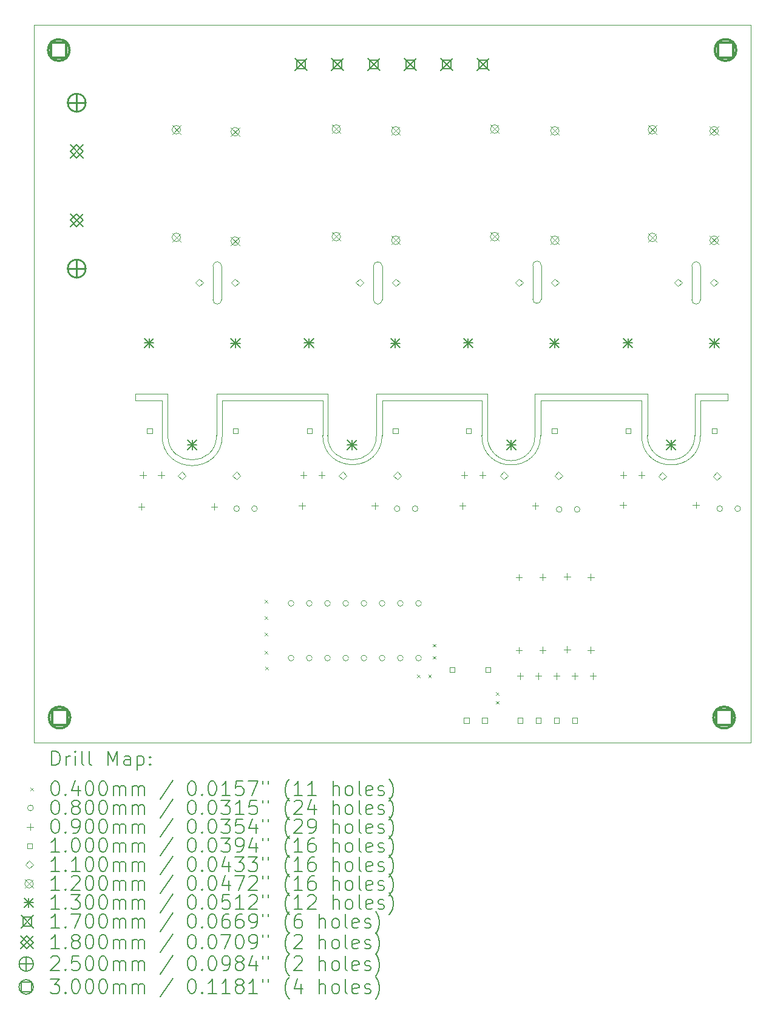
<source format=gbr>
%TF.GenerationSoftware,KiCad,Pcbnew,(6.0.8)*%
%TF.CreationDate,2023-03-03T00:40:12+05:30*%
%TF.ProjectId,STM32DryerPCB,53544d33-3244-4727-9965-725043422e6b,rev?*%
%TF.SameCoordinates,Original*%
%TF.FileFunction,Drillmap*%
%TF.FilePolarity,Positive*%
%FSLAX45Y45*%
G04 Gerber Fmt 4.5, Leading zero omitted, Abs format (unit mm)*
G04 Created by KiCad (PCBNEW (6.0.8)) date 2023-03-03 00:40:12*
%MOMM*%
%LPD*%
G01*
G04 APERTURE LIST*
%ADD10C,0.100000*%
%ADD11C,0.200000*%
%ADD12C,0.040000*%
%ADD13C,0.080000*%
%ADD14C,0.090000*%
%ADD15C,0.110000*%
%ADD16C,0.120000*%
%ADD17C,0.130000*%
%ADD18C,0.170000*%
%ADD19C,0.180000*%
%ADD20C,0.250000*%
%ADD21C,0.300000*%
G04 APERTURE END LIST*
D10*
X-14765000Y-5635000D02*
X-14765000Y-6125000D01*
X-16975000Y-3765000D02*
G75*
G03*
X-17095000Y-3765000I-60000J0D01*
G01*
X-17735000Y-6125000D02*
X-17735000Y-5545000D01*
X-12535000Y-4235000D02*
X-12535000Y-3765000D01*
X-14845000Y-5545000D02*
X-13275000Y-5545000D01*
X-12535000Y-5635000D02*
X-12535000Y-6125000D01*
X-15585000Y-6125000D02*
G75*
G03*
X-14765000Y-6125000I410000J0D01*
G01*
X-13275000Y-5545000D02*
X-13275000Y-6125000D01*
X-17805000Y-5635000D02*
X-19205000Y-5635000D01*
X-20045000Y-6125000D02*
G75*
G03*
X-19205000Y-6125000I420000J0D01*
G01*
X-20045000Y-5635000D02*
X-20415000Y-5635000D01*
X-15505000Y-5545000D02*
X-17055000Y-5545000D01*
X-12155000Y-5635000D02*
X-12535000Y-5635000D01*
X-17815000Y-5545000D02*
X-17735000Y-5545000D01*
X-17805000Y-6125000D02*
X-17805000Y-5635000D01*
X-17095000Y-4235000D02*
G75*
G03*
X-16975000Y-4235000I60000J0D01*
G01*
X-14845000Y-6125000D02*
X-14845000Y-5545000D01*
X-16535000Y-5635000D02*
X-15585000Y-5635000D01*
X-19965000Y-5545000D02*
X-19965000Y-6125000D01*
X-14755000Y-4225000D02*
X-14755000Y-3755000D01*
X-16975000Y-4235000D02*
X-16975000Y-3765000D01*
X-20045000Y-6125000D02*
X-20045000Y-5635000D01*
X-12535000Y-3765000D02*
G75*
G03*
X-12655000Y-3765000I-60000J0D01*
G01*
X-19335000Y-4235000D02*
G75*
G03*
X-19215000Y-4235000I60000J0D01*
G01*
X-16974881Y-6125000D02*
X-16974881Y-5635000D01*
X-17055000Y-5545000D02*
X-17055000Y-6125000D01*
X-13355000Y-5635000D02*
X-14765000Y-5635000D01*
X-13355000Y-6125000D02*
G75*
G03*
X-12535000Y-6125000I410000J0D01*
G01*
X-19965000Y-6125000D02*
G75*
G03*
X-19285000Y-6125000I340000J0D01*
G01*
X-15585000Y-5635000D02*
X-15585000Y-6125000D01*
X-12655000Y-3765000D02*
X-12655000Y-4235000D01*
X-19215000Y-3765000D02*
G75*
G03*
X-19335000Y-3765000I-60000J0D01*
G01*
X-13275000Y-6125000D02*
G75*
G03*
X-12615000Y-6125000I330000J-9461D01*
G01*
X-17735000Y-6125000D02*
G75*
G03*
X-17055000Y-6125000I340000J0D01*
G01*
X-14875000Y-3755000D02*
X-14875000Y-4225000D01*
X-14875000Y-4225000D02*
G75*
G03*
X-14755000Y-4225000I60000J0D01*
G01*
X-21835000Y-405000D02*
X-11835000Y-405000D01*
X-11835000Y-405000D02*
X-11835000Y-10405000D01*
X-11835000Y-10405000D02*
X-21835000Y-10405000D01*
X-21835000Y-10405000D02*
X-21835000Y-405000D01*
X-20415000Y-5545000D02*
X-19965000Y-5545000D01*
X-12155000Y-5545000D02*
X-12155000Y-5635000D01*
X-15505000Y-6125000D02*
X-15505000Y-5545000D01*
X-14755000Y-3755000D02*
G75*
G03*
X-14875000Y-3755000I-60000J0D01*
G01*
X-20415000Y-5635000D02*
X-20415000Y-5545000D01*
X-17805000Y-6125000D02*
G75*
G03*
X-16974881Y-6125000I415060J9127D01*
G01*
X-17095000Y-3765000D02*
X-17095000Y-4235000D01*
X-19205000Y-5635000D02*
X-19205000Y-6125000D01*
X-19285000Y-5545000D02*
X-17815000Y-5545000D01*
X-15505000Y-6125000D02*
G75*
G03*
X-14845000Y-6125000I330000J-20697D01*
G01*
X-19285000Y-6125000D02*
X-19285000Y-5545000D01*
X-19335000Y-3765000D02*
X-19335000Y-4235000D01*
X-13355000Y-6125000D02*
X-13355000Y-5635000D01*
X-12615000Y-5545000D02*
X-12155000Y-5545000D01*
X-16974881Y-5635000D02*
X-16535000Y-5635000D01*
X-12615000Y-6125000D02*
X-12615000Y-5545000D01*
X-19215000Y-4235000D02*
X-19215000Y-3765000D01*
X-12655000Y-4235000D02*
G75*
G03*
X-12535000Y-4235000I60000J0D01*
G01*
D11*
D12*
X-18610000Y-8415000D02*
X-18570000Y-8455000D01*
X-18570000Y-8415000D02*
X-18610000Y-8455000D01*
X-18610000Y-8645000D02*
X-18570000Y-8685000D01*
X-18570000Y-8645000D02*
X-18610000Y-8685000D01*
X-18610000Y-8870000D02*
X-18570000Y-8910000D01*
X-18570000Y-8870000D02*
X-18610000Y-8910000D01*
X-18610000Y-9125000D02*
X-18570000Y-9165000D01*
X-18570000Y-9125000D02*
X-18610000Y-9165000D01*
X-18605000Y-9350000D02*
X-18565000Y-9390000D01*
X-18565000Y-9350000D02*
X-18605000Y-9390000D01*
X-16490000Y-9460000D02*
X-16450000Y-9500000D01*
X-16450000Y-9460000D02*
X-16490000Y-9500000D01*
X-16330000Y-9460000D02*
X-16290000Y-9500000D01*
X-16290000Y-9460000D02*
X-16330000Y-9500000D01*
X-16265000Y-9030000D02*
X-16225000Y-9070000D01*
X-16225000Y-9030000D02*
X-16265000Y-9070000D01*
X-16265000Y-9200000D02*
X-16225000Y-9240000D01*
X-16225000Y-9200000D02*
X-16265000Y-9240000D01*
X-15385000Y-9705000D02*
X-15345000Y-9745000D01*
X-15345000Y-9705000D02*
X-15385000Y-9745000D01*
X-15385000Y-9825000D02*
X-15345000Y-9865000D01*
X-15345000Y-9825000D02*
X-15385000Y-9865000D01*
D13*
X-18965511Y-7145000D02*
G75*
G03*
X-18965511Y-7145000I-40000J0D01*
G01*
X-18715511Y-7145000D02*
G75*
G03*
X-18715511Y-7145000I-40000J0D01*
G01*
X-18205000Y-8463000D02*
G75*
G03*
X-18205000Y-8463000I-40000J0D01*
G01*
X-18205000Y-9225000D02*
G75*
G03*
X-18205000Y-9225000I-40000J0D01*
G01*
X-17951000Y-8463000D02*
G75*
G03*
X-17951000Y-8463000I-40000J0D01*
G01*
X-17951000Y-9225000D02*
G75*
G03*
X-17951000Y-9225000I-40000J0D01*
G01*
X-17697000Y-8463000D02*
G75*
G03*
X-17697000Y-8463000I-40000J0D01*
G01*
X-17697000Y-9225000D02*
G75*
G03*
X-17697000Y-9225000I-40000J0D01*
G01*
X-17443000Y-8463000D02*
G75*
G03*
X-17443000Y-8463000I-40000J0D01*
G01*
X-17443000Y-9225000D02*
G75*
G03*
X-17443000Y-9225000I-40000J0D01*
G01*
X-17189000Y-8463000D02*
G75*
G03*
X-17189000Y-8463000I-40000J0D01*
G01*
X-17189000Y-9225000D02*
G75*
G03*
X-17189000Y-9225000I-40000J0D01*
G01*
X-16935000Y-8463000D02*
G75*
G03*
X-16935000Y-8463000I-40000J0D01*
G01*
X-16935000Y-9225000D02*
G75*
G03*
X-16935000Y-9225000I-40000J0D01*
G01*
X-16725511Y-7145000D02*
G75*
G03*
X-16725511Y-7145000I-40000J0D01*
G01*
X-16681000Y-8463000D02*
G75*
G03*
X-16681000Y-8463000I-40000J0D01*
G01*
X-16681000Y-9225000D02*
G75*
G03*
X-16681000Y-9225000I-40000J0D01*
G01*
X-16475511Y-7145000D02*
G75*
G03*
X-16475511Y-7145000I-40000J0D01*
G01*
X-16427000Y-8463000D02*
G75*
G03*
X-16427000Y-8463000I-40000J0D01*
G01*
X-16427000Y-9225000D02*
G75*
G03*
X-16427000Y-9225000I-40000J0D01*
G01*
X-14465511Y-7155000D02*
G75*
G03*
X-14465511Y-7155000I-40000J0D01*
G01*
X-14215511Y-7155000D02*
G75*
G03*
X-14215511Y-7155000I-40000J0D01*
G01*
X-12225511Y-7145000D02*
G75*
G03*
X-12225511Y-7145000I-40000J0D01*
G01*
X-11975511Y-7145000D02*
G75*
G03*
X-11975511Y-7145000I-40000J0D01*
G01*
D14*
X-20333000Y-7070000D02*
X-20333000Y-7160000D01*
X-20378000Y-7115000D02*
X-20288000Y-7115000D01*
X-20311500Y-6630000D02*
X-20311500Y-6720000D01*
X-20356500Y-6675000D02*
X-20266500Y-6675000D01*
X-20057500Y-6630000D02*
X-20057500Y-6720000D01*
X-20102500Y-6675000D02*
X-20012500Y-6675000D01*
X-19317000Y-7070000D02*
X-19317000Y-7160000D01*
X-19362000Y-7115000D02*
X-19272000Y-7115000D01*
X-18093000Y-7060000D02*
X-18093000Y-7150000D01*
X-18138000Y-7105000D02*
X-18048000Y-7105000D01*
X-18071500Y-6630000D02*
X-18071500Y-6720000D01*
X-18116500Y-6675000D02*
X-18026500Y-6675000D01*
X-17817500Y-6630000D02*
X-17817500Y-6720000D01*
X-17862500Y-6675000D02*
X-17772500Y-6675000D01*
X-17077000Y-7060000D02*
X-17077000Y-7150000D01*
X-17122000Y-7105000D02*
X-17032000Y-7105000D01*
X-15853000Y-7060000D02*
X-15853000Y-7150000D01*
X-15898000Y-7105000D02*
X-15808000Y-7105000D01*
X-15829000Y-6630000D02*
X-15829000Y-6720000D01*
X-15874000Y-6675000D02*
X-15784000Y-6675000D01*
X-15575000Y-6630000D02*
X-15575000Y-6720000D01*
X-15620000Y-6675000D02*
X-15530000Y-6675000D01*
X-15065000Y-8056000D02*
X-15065000Y-8146000D01*
X-15110000Y-8101000D02*
X-15020000Y-8101000D01*
X-15065000Y-9072000D02*
X-15065000Y-9162000D01*
X-15110000Y-9117000D02*
X-15020000Y-9117000D01*
X-15051000Y-9430000D02*
X-15051000Y-9520000D01*
X-15096000Y-9475000D02*
X-15006000Y-9475000D01*
X-14837000Y-7060000D02*
X-14837000Y-7150000D01*
X-14882000Y-7105000D02*
X-14792000Y-7105000D01*
X-14797000Y-9430000D02*
X-14797000Y-9520000D01*
X-14842000Y-9475000D02*
X-14752000Y-9475000D01*
X-14735000Y-8054000D02*
X-14735000Y-8144000D01*
X-14780000Y-8099000D02*
X-14690000Y-8099000D01*
X-14735000Y-9070000D02*
X-14735000Y-9160000D01*
X-14780000Y-9115000D02*
X-14690000Y-9115000D01*
X-14543000Y-9430000D02*
X-14543000Y-9520000D01*
X-14588000Y-9475000D02*
X-14498000Y-9475000D01*
X-14395000Y-8044000D02*
X-14395000Y-8134000D01*
X-14440000Y-8089000D02*
X-14350000Y-8089000D01*
X-14395000Y-9060000D02*
X-14395000Y-9150000D01*
X-14440000Y-9105000D02*
X-14350000Y-9105000D01*
X-14289000Y-9430000D02*
X-14289000Y-9520000D01*
X-14334000Y-9475000D02*
X-14244000Y-9475000D01*
X-14065000Y-8054000D02*
X-14065000Y-8144000D01*
X-14110000Y-8099000D02*
X-14020000Y-8099000D01*
X-14065000Y-9070000D02*
X-14065000Y-9160000D01*
X-14110000Y-9115000D02*
X-14020000Y-9115000D01*
X-14035000Y-9430000D02*
X-14035000Y-9520000D01*
X-14080000Y-9475000D02*
X-13990000Y-9475000D01*
X-13613000Y-7050000D02*
X-13613000Y-7140000D01*
X-13658000Y-7095000D02*
X-13568000Y-7095000D01*
X-13609000Y-6630000D02*
X-13609000Y-6720000D01*
X-13654000Y-6675000D02*
X-13564000Y-6675000D01*
X-13355000Y-6630000D02*
X-13355000Y-6720000D01*
X-13400000Y-6675000D02*
X-13310000Y-6675000D01*
X-12597000Y-7050000D02*
X-12597000Y-7140000D01*
X-12642000Y-7095000D02*
X-12552000Y-7095000D01*
D10*
X-20184644Y-6095356D02*
X-20184644Y-6024644D01*
X-20255356Y-6024644D01*
X-20255356Y-6095356D01*
X-20184644Y-6095356D01*
X-18984644Y-6095356D02*
X-18984644Y-6024644D01*
X-19055356Y-6024644D01*
X-19055356Y-6095356D01*
X-18984644Y-6095356D01*
X-17954644Y-6095356D02*
X-17954644Y-6024644D01*
X-18025356Y-6024644D01*
X-18025356Y-6095356D01*
X-17954644Y-6095356D01*
X-16754644Y-6095356D02*
X-16754644Y-6024644D01*
X-16825356Y-6024644D01*
X-16825356Y-6095356D01*
X-16754644Y-6095356D01*
X-15964909Y-9425356D02*
X-15964909Y-9354644D01*
X-16035621Y-9354644D01*
X-16035621Y-9425356D01*
X-15964909Y-9425356D01*
X-15763644Y-10130356D02*
X-15763644Y-10059644D01*
X-15834356Y-10059644D01*
X-15834356Y-10130356D01*
X-15763644Y-10130356D01*
X-15734644Y-6095356D02*
X-15734644Y-6024644D01*
X-15805356Y-6024644D01*
X-15805356Y-6095356D01*
X-15734644Y-6095356D01*
X-15509644Y-10130356D02*
X-15509644Y-10059644D01*
X-15580356Y-10059644D01*
X-15580356Y-10130356D01*
X-15509644Y-10130356D01*
X-15464909Y-9425356D02*
X-15464909Y-9354644D01*
X-15535621Y-9354644D01*
X-15535621Y-9425356D01*
X-15464909Y-9425356D01*
X-15011644Y-10130356D02*
X-15011644Y-10059644D01*
X-15082356Y-10059644D01*
X-15082356Y-10130356D01*
X-15011644Y-10130356D01*
X-14757644Y-10130356D02*
X-14757644Y-10059644D01*
X-14828356Y-10059644D01*
X-14828356Y-10130356D01*
X-14757644Y-10130356D01*
X-14534644Y-6095356D02*
X-14534644Y-6024644D01*
X-14605356Y-6024644D01*
X-14605356Y-6095356D01*
X-14534644Y-6095356D01*
X-14503644Y-10130356D02*
X-14503644Y-10059644D01*
X-14574356Y-10059644D01*
X-14574356Y-10130356D01*
X-14503644Y-10130356D01*
X-14249644Y-10130356D02*
X-14249644Y-10059644D01*
X-14320356Y-10059644D01*
X-14320356Y-10130356D01*
X-14249644Y-10130356D01*
X-13504644Y-6095356D02*
X-13504644Y-6024644D01*
X-13575356Y-6024644D01*
X-13575356Y-6095356D01*
X-13504644Y-6095356D01*
X-12304644Y-6095356D02*
X-12304644Y-6024644D01*
X-12375356Y-6024644D01*
X-12375356Y-6095356D01*
X-12304644Y-6095356D01*
D15*
X-19766000Y-6740000D02*
X-19711000Y-6685000D01*
X-19766000Y-6630000D01*
X-19821000Y-6685000D01*
X-19766000Y-6740000D01*
X-19525000Y-4050000D02*
X-19470000Y-3995000D01*
X-19525000Y-3940000D01*
X-19580000Y-3995000D01*
X-19525000Y-4050000D01*
X-19025000Y-4050000D02*
X-18970000Y-3995000D01*
X-19025000Y-3940000D01*
X-19080000Y-3995000D01*
X-19025000Y-4050000D01*
X-19004000Y-6740000D02*
X-18949000Y-6685000D01*
X-19004000Y-6630000D01*
X-19059000Y-6685000D01*
X-19004000Y-6740000D01*
X-17526000Y-6740000D02*
X-17471000Y-6685000D01*
X-17526000Y-6630000D01*
X-17581000Y-6685000D01*
X-17526000Y-6740000D01*
X-17285000Y-4050000D02*
X-17230000Y-3995000D01*
X-17285000Y-3940000D01*
X-17340000Y-3995000D01*
X-17285000Y-4050000D01*
X-16785000Y-4050000D02*
X-16730000Y-3995000D01*
X-16785000Y-3940000D01*
X-16840000Y-3995000D01*
X-16785000Y-4050000D01*
X-16764000Y-6740000D02*
X-16709000Y-6685000D01*
X-16764000Y-6630000D01*
X-16819000Y-6685000D01*
X-16764000Y-6740000D01*
X-15276000Y-6740000D02*
X-15221000Y-6685000D01*
X-15276000Y-6630000D01*
X-15331000Y-6685000D01*
X-15276000Y-6740000D01*
X-15065000Y-4050000D02*
X-15010000Y-3995000D01*
X-15065000Y-3940000D01*
X-15120000Y-3995000D01*
X-15065000Y-4050000D01*
X-14565000Y-4050000D02*
X-14510000Y-3995000D01*
X-14565000Y-3940000D01*
X-14620000Y-3995000D01*
X-14565000Y-4050000D01*
X-14514000Y-6740000D02*
X-14459000Y-6685000D01*
X-14514000Y-6630000D01*
X-14569000Y-6685000D01*
X-14514000Y-6740000D01*
X-13066000Y-6750000D02*
X-13011000Y-6695000D01*
X-13066000Y-6640000D01*
X-13121000Y-6695000D01*
X-13066000Y-6750000D01*
X-12845000Y-4050000D02*
X-12790000Y-3995000D01*
X-12845000Y-3940000D01*
X-12900000Y-3995000D01*
X-12845000Y-4050000D01*
X-12345000Y-4050000D02*
X-12290000Y-3995000D01*
X-12345000Y-3940000D01*
X-12400000Y-3995000D01*
X-12345000Y-4050000D01*
X-12304000Y-6750000D02*
X-12249000Y-6695000D01*
X-12304000Y-6640000D01*
X-12359000Y-6695000D01*
X-12304000Y-6750000D01*
D16*
X-19905000Y-1805000D02*
X-19785000Y-1925000D01*
X-19785000Y-1805000D02*
X-19905000Y-1925000D01*
X-19785000Y-1865000D02*
G75*
G03*
X-19785000Y-1865000I-60000J0D01*
G01*
X-19905000Y-3305000D02*
X-19785000Y-3425000D01*
X-19785000Y-3305000D02*
X-19905000Y-3425000D01*
X-19785000Y-3365000D02*
G75*
G03*
X-19785000Y-3365000I-60000J0D01*
G01*
X-19085000Y-1833000D02*
X-18965000Y-1953000D01*
X-18965000Y-1833000D02*
X-19085000Y-1953000D01*
X-18965000Y-1893000D02*
G75*
G03*
X-18965000Y-1893000I-60000J0D01*
G01*
X-19085000Y-3357000D02*
X-18965000Y-3477000D01*
X-18965000Y-3357000D02*
X-19085000Y-3477000D01*
X-18965000Y-3417000D02*
G75*
G03*
X-18965000Y-3417000I-60000J0D01*
G01*
X-17675000Y-1795000D02*
X-17555000Y-1915000D01*
X-17555000Y-1795000D02*
X-17675000Y-1915000D01*
X-17555000Y-1855000D02*
G75*
G03*
X-17555000Y-1855000I-60000J0D01*
G01*
X-17675000Y-3295000D02*
X-17555000Y-3415000D01*
X-17555000Y-3295000D02*
X-17675000Y-3415000D01*
X-17555000Y-3355000D02*
G75*
G03*
X-17555000Y-3355000I-60000J0D01*
G01*
X-16845000Y-1821000D02*
X-16725000Y-1941000D01*
X-16725000Y-1821000D02*
X-16845000Y-1941000D01*
X-16725000Y-1881000D02*
G75*
G03*
X-16725000Y-1881000I-60000J0D01*
G01*
X-16845000Y-3345000D02*
X-16725000Y-3465000D01*
X-16725000Y-3345000D02*
X-16845000Y-3465000D01*
X-16725000Y-3405000D02*
G75*
G03*
X-16725000Y-3405000I-60000J0D01*
G01*
X-15465000Y-1795000D02*
X-15345000Y-1915000D01*
X-15345000Y-1795000D02*
X-15465000Y-1915000D01*
X-15345000Y-1855000D02*
G75*
G03*
X-15345000Y-1855000I-60000J0D01*
G01*
X-15465000Y-3295000D02*
X-15345000Y-3415000D01*
X-15345000Y-3295000D02*
X-15465000Y-3415000D01*
X-15345000Y-3355000D02*
G75*
G03*
X-15345000Y-3355000I-60000J0D01*
G01*
X-14625000Y-1821000D02*
X-14505000Y-1941000D01*
X-14505000Y-1821000D02*
X-14625000Y-1941000D01*
X-14505000Y-1881000D02*
G75*
G03*
X-14505000Y-1881000I-60000J0D01*
G01*
X-14625000Y-3345000D02*
X-14505000Y-3465000D01*
X-14505000Y-3345000D02*
X-14625000Y-3465000D01*
X-14505000Y-3405000D02*
G75*
G03*
X-14505000Y-3405000I-60000J0D01*
G01*
X-13265000Y-1805000D02*
X-13145000Y-1925000D01*
X-13145000Y-1805000D02*
X-13265000Y-1925000D01*
X-13145000Y-1865000D02*
G75*
G03*
X-13145000Y-1865000I-60000J0D01*
G01*
X-13265000Y-3305000D02*
X-13145000Y-3425000D01*
X-13145000Y-3305000D02*
X-13265000Y-3425000D01*
X-13145000Y-3365000D02*
G75*
G03*
X-13145000Y-3365000I-60000J0D01*
G01*
X-12405000Y-1821000D02*
X-12285000Y-1941000D01*
X-12285000Y-1821000D02*
X-12405000Y-1941000D01*
X-12285000Y-1881000D02*
G75*
G03*
X-12285000Y-1881000I-60000J0D01*
G01*
X-12405000Y-3345000D02*
X-12285000Y-3465000D01*
X-12285000Y-3345000D02*
X-12405000Y-3465000D01*
X-12285000Y-3405000D02*
G75*
G03*
X-12285000Y-3405000I-60000J0D01*
G01*
D17*
X-20290000Y-4770000D02*
X-20160000Y-4900000D01*
X-20160000Y-4770000D02*
X-20290000Y-4900000D01*
X-20225000Y-4770000D02*
X-20225000Y-4900000D01*
X-20290000Y-4835000D02*
X-20160000Y-4835000D01*
X-19690000Y-6190000D02*
X-19560000Y-6320000D01*
X-19560000Y-6190000D02*
X-19690000Y-6320000D01*
X-19625000Y-6190000D02*
X-19625000Y-6320000D01*
X-19690000Y-6255000D02*
X-19560000Y-6255000D01*
X-19085000Y-4775000D02*
X-18955000Y-4905000D01*
X-18955000Y-4775000D02*
X-19085000Y-4905000D01*
X-19020000Y-4775000D02*
X-19020000Y-4905000D01*
X-19085000Y-4840000D02*
X-18955000Y-4840000D01*
X-18060000Y-4770000D02*
X-17930000Y-4900000D01*
X-17930000Y-4770000D02*
X-18060000Y-4900000D01*
X-17995000Y-4770000D02*
X-17995000Y-4900000D01*
X-18060000Y-4835000D02*
X-17930000Y-4835000D01*
X-17460000Y-6190000D02*
X-17330000Y-6320000D01*
X-17330000Y-6190000D02*
X-17460000Y-6320000D01*
X-17395000Y-6190000D02*
X-17395000Y-6320000D01*
X-17460000Y-6255000D02*
X-17330000Y-6255000D01*
X-16855000Y-4775000D02*
X-16725000Y-4905000D01*
X-16725000Y-4775000D02*
X-16855000Y-4905000D01*
X-16790000Y-4775000D02*
X-16790000Y-4905000D01*
X-16855000Y-4840000D02*
X-16725000Y-4840000D01*
X-15840000Y-4770000D02*
X-15710000Y-4900000D01*
X-15710000Y-4770000D02*
X-15840000Y-4900000D01*
X-15775000Y-4770000D02*
X-15775000Y-4900000D01*
X-15840000Y-4835000D02*
X-15710000Y-4835000D01*
X-15240000Y-6190000D02*
X-15110000Y-6320000D01*
X-15110000Y-6190000D02*
X-15240000Y-6320000D01*
X-15175000Y-6190000D02*
X-15175000Y-6320000D01*
X-15240000Y-6255000D02*
X-15110000Y-6255000D01*
X-14635000Y-4775000D02*
X-14505000Y-4905000D01*
X-14505000Y-4775000D02*
X-14635000Y-4905000D01*
X-14570000Y-4775000D02*
X-14570000Y-4905000D01*
X-14635000Y-4840000D02*
X-14505000Y-4840000D01*
X-13610000Y-4770000D02*
X-13480000Y-4900000D01*
X-13480000Y-4770000D02*
X-13610000Y-4900000D01*
X-13545000Y-4770000D02*
X-13545000Y-4900000D01*
X-13610000Y-4835000D02*
X-13480000Y-4835000D01*
X-13010000Y-6190000D02*
X-12880000Y-6320000D01*
X-12880000Y-6190000D02*
X-13010000Y-6320000D01*
X-12945000Y-6190000D02*
X-12945000Y-6320000D01*
X-13010000Y-6255000D02*
X-12880000Y-6255000D01*
X-12405000Y-4775000D02*
X-12275000Y-4905000D01*
X-12275000Y-4775000D02*
X-12405000Y-4905000D01*
X-12340000Y-4775000D02*
X-12340000Y-4905000D01*
X-12405000Y-4840000D02*
X-12275000Y-4840000D01*
D18*
X-18188250Y-870000D02*
X-18018250Y-1040000D01*
X-18018250Y-870000D02*
X-18188250Y-1040000D01*
X-18043145Y-1015105D02*
X-18043145Y-894895D01*
X-18163355Y-894895D01*
X-18163355Y-1015105D01*
X-18043145Y-1015105D01*
X-17680250Y-870000D02*
X-17510250Y-1040000D01*
X-17510250Y-870000D02*
X-17680250Y-1040000D01*
X-17535145Y-1015105D02*
X-17535145Y-894895D01*
X-17655355Y-894895D01*
X-17655355Y-1015105D01*
X-17535145Y-1015105D01*
X-17172250Y-870000D02*
X-17002250Y-1040000D01*
X-17002250Y-870000D02*
X-17172250Y-1040000D01*
X-17027145Y-1015105D02*
X-17027145Y-894895D01*
X-17147355Y-894895D01*
X-17147355Y-1015105D01*
X-17027145Y-1015105D01*
X-16664250Y-870000D02*
X-16494250Y-1040000D01*
X-16494250Y-870000D02*
X-16664250Y-1040000D01*
X-16519145Y-1015105D02*
X-16519145Y-894895D01*
X-16639355Y-894895D01*
X-16639355Y-1015105D01*
X-16519145Y-1015105D01*
X-16156250Y-870000D02*
X-15986250Y-1040000D01*
X-15986250Y-870000D02*
X-16156250Y-1040000D01*
X-16011145Y-1015105D02*
X-16011145Y-894895D01*
X-16131355Y-894895D01*
X-16131355Y-1015105D01*
X-16011145Y-1015105D01*
X-15648250Y-870000D02*
X-15478250Y-1040000D01*
X-15478250Y-870000D02*
X-15648250Y-1040000D01*
X-15503145Y-1015105D02*
X-15503145Y-894895D01*
X-15623355Y-894895D01*
X-15623355Y-1015105D01*
X-15503145Y-1015105D01*
D19*
X-21325000Y-2075500D02*
X-21145000Y-2255500D01*
X-21145000Y-2075500D02*
X-21325000Y-2255500D01*
X-21235000Y-2255500D02*
X-21145000Y-2165500D01*
X-21235000Y-2075500D01*
X-21325000Y-2165500D01*
X-21235000Y-2255500D01*
X-21325000Y-3034500D02*
X-21145000Y-3214500D01*
X-21145000Y-3034500D02*
X-21325000Y-3214500D01*
X-21235000Y-3214500D02*
X-21145000Y-3124500D01*
X-21235000Y-3034500D01*
X-21325000Y-3124500D01*
X-21235000Y-3214500D01*
D20*
X-21235000Y-1364500D02*
X-21235000Y-1614500D01*
X-21360000Y-1489500D02*
X-21110000Y-1489500D01*
X-21110000Y-1489500D02*
G75*
G03*
X-21110000Y-1489500I-125000J0D01*
G01*
X-21235000Y-3675500D02*
X-21235000Y-3925500D01*
X-21360000Y-3800500D02*
X-21110000Y-3800500D01*
X-21110000Y-3800500D02*
G75*
G03*
X-21110000Y-3800500I-125000J0D01*
G01*
D21*
X-21378933Y-861067D02*
X-21378933Y-648933D01*
X-21591067Y-648933D01*
X-21591067Y-861067D01*
X-21378933Y-861067D01*
X-21335000Y-755000D02*
G75*
G03*
X-21335000Y-755000I-150000J0D01*
G01*
X-21368933Y-10161067D02*
X-21368933Y-9948933D01*
X-21581067Y-9948933D01*
X-21581067Y-10161067D01*
X-21368933Y-10161067D01*
X-21325000Y-10055000D02*
G75*
G03*
X-21325000Y-10055000I-150000J0D01*
G01*
X-12098933Y-10161067D02*
X-12098933Y-9948933D01*
X-12311067Y-9948933D01*
X-12311067Y-10161067D01*
X-12098933Y-10161067D01*
X-12055000Y-10055000D02*
G75*
G03*
X-12055000Y-10055000I-150000J0D01*
G01*
X-12078933Y-861067D02*
X-12078933Y-648933D01*
X-12291067Y-648933D01*
X-12291067Y-861067D01*
X-12078933Y-861067D01*
X-12035000Y-755000D02*
G75*
G03*
X-12035000Y-755000I-150000J0D01*
G01*
D11*
X-21582381Y-10720476D02*
X-21582381Y-10520476D01*
X-21534762Y-10520476D01*
X-21506190Y-10530000D01*
X-21487143Y-10549048D01*
X-21477619Y-10568095D01*
X-21468095Y-10606190D01*
X-21468095Y-10634762D01*
X-21477619Y-10672857D01*
X-21487143Y-10691905D01*
X-21506190Y-10710952D01*
X-21534762Y-10720476D01*
X-21582381Y-10720476D01*
X-21382381Y-10720476D02*
X-21382381Y-10587143D01*
X-21382381Y-10625238D02*
X-21372857Y-10606190D01*
X-21363333Y-10596667D01*
X-21344286Y-10587143D01*
X-21325238Y-10587143D01*
X-21258571Y-10720476D02*
X-21258571Y-10587143D01*
X-21258571Y-10520476D02*
X-21268095Y-10530000D01*
X-21258571Y-10539524D01*
X-21249048Y-10530000D01*
X-21258571Y-10520476D01*
X-21258571Y-10539524D01*
X-21134762Y-10720476D02*
X-21153810Y-10710952D01*
X-21163333Y-10691905D01*
X-21163333Y-10520476D01*
X-21030000Y-10720476D02*
X-21049048Y-10710952D01*
X-21058571Y-10691905D01*
X-21058571Y-10520476D01*
X-20801429Y-10720476D02*
X-20801429Y-10520476D01*
X-20734762Y-10663333D01*
X-20668095Y-10520476D01*
X-20668095Y-10720476D01*
X-20487143Y-10720476D02*
X-20487143Y-10615714D01*
X-20496667Y-10596667D01*
X-20515714Y-10587143D01*
X-20553810Y-10587143D01*
X-20572857Y-10596667D01*
X-20487143Y-10710952D02*
X-20506190Y-10720476D01*
X-20553810Y-10720476D01*
X-20572857Y-10710952D01*
X-20582381Y-10691905D01*
X-20582381Y-10672857D01*
X-20572857Y-10653810D01*
X-20553810Y-10644286D01*
X-20506190Y-10644286D01*
X-20487143Y-10634762D01*
X-20391905Y-10587143D02*
X-20391905Y-10787143D01*
X-20391905Y-10596667D02*
X-20372857Y-10587143D01*
X-20334762Y-10587143D01*
X-20315714Y-10596667D01*
X-20306190Y-10606190D01*
X-20296667Y-10625238D01*
X-20296667Y-10682381D01*
X-20306190Y-10701429D01*
X-20315714Y-10710952D01*
X-20334762Y-10720476D01*
X-20372857Y-10720476D01*
X-20391905Y-10710952D01*
X-20210952Y-10701429D02*
X-20201429Y-10710952D01*
X-20210952Y-10720476D01*
X-20220476Y-10710952D01*
X-20210952Y-10701429D01*
X-20210952Y-10720476D01*
X-20210952Y-10596667D02*
X-20201429Y-10606190D01*
X-20210952Y-10615714D01*
X-20220476Y-10606190D01*
X-20210952Y-10596667D01*
X-20210952Y-10615714D01*
D12*
X-21880000Y-11030000D02*
X-21840000Y-11070000D01*
X-21840000Y-11030000D02*
X-21880000Y-11070000D01*
D11*
X-21544286Y-10940476D02*
X-21525238Y-10940476D01*
X-21506190Y-10950000D01*
X-21496667Y-10959524D01*
X-21487143Y-10978571D01*
X-21477619Y-11016667D01*
X-21477619Y-11064286D01*
X-21487143Y-11102381D01*
X-21496667Y-11121429D01*
X-21506190Y-11130952D01*
X-21525238Y-11140476D01*
X-21544286Y-11140476D01*
X-21563333Y-11130952D01*
X-21572857Y-11121429D01*
X-21582381Y-11102381D01*
X-21591905Y-11064286D01*
X-21591905Y-11016667D01*
X-21582381Y-10978571D01*
X-21572857Y-10959524D01*
X-21563333Y-10950000D01*
X-21544286Y-10940476D01*
X-21391905Y-11121429D02*
X-21382381Y-11130952D01*
X-21391905Y-11140476D01*
X-21401429Y-11130952D01*
X-21391905Y-11121429D01*
X-21391905Y-11140476D01*
X-21210952Y-11007143D02*
X-21210952Y-11140476D01*
X-21258571Y-10930952D02*
X-21306190Y-11073810D01*
X-21182381Y-11073810D01*
X-21068095Y-10940476D02*
X-21049048Y-10940476D01*
X-21030000Y-10950000D01*
X-21020476Y-10959524D01*
X-21010952Y-10978571D01*
X-21001429Y-11016667D01*
X-21001429Y-11064286D01*
X-21010952Y-11102381D01*
X-21020476Y-11121429D01*
X-21030000Y-11130952D01*
X-21049048Y-11140476D01*
X-21068095Y-11140476D01*
X-21087143Y-11130952D01*
X-21096667Y-11121429D01*
X-21106190Y-11102381D01*
X-21115714Y-11064286D01*
X-21115714Y-11016667D01*
X-21106190Y-10978571D01*
X-21096667Y-10959524D01*
X-21087143Y-10950000D01*
X-21068095Y-10940476D01*
X-20877619Y-10940476D02*
X-20858571Y-10940476D01*
X-20839524Y-10950000D01*
X-20830000Y-10959524D01*
X-20820476Y-10978571D01*
X-20810952Y-11016667D01*
X-20810952Y-11064286D01*
X-20820476Y-11102381D01*
X-20830000Y-11121429D01*
X-20839524Y-11130952D01*
X-20858571Y-11140476D01*
X-20877619Y-11140476D01*
X-20896667Y-11130952D01*
X-20906190Y-11121429D01*
X-20915714Y-11102381D01*
X-20925238Y-11064286D01*
X-20925238Y-11016667D01*
X-20915714Y-10978571D01*
X-20906190Y-10959524D01*
X-20896667Y-10950000D01*
X-20877619Y-10940476D01*
X-20725238Y-11140476D02*
X-20725238Y-11007143D01*
X-20725238Y-11026190D02*
X-20715714Y-11016667D01*
X-20696667Y-11007143D01*
X-20668095Y-11007143D01*
X-20649048Y-11016667D01*
X-20639524Y-11035714D01*
X-20639524Y-11140476D01*
X-20639524Y-11035714D02*
X-20630000Y-11016667D01*
X-20610952Y-11007143D01*
X-20582381Y-11007143D01*
X-20563333Y-11016667D01*
X-20553810Y-11035714D01*
X-20553810Y-11140476D01*
X-20458571Y-11140476D02*
X-20458571Y-11007143D01*
X-20458571Y-11026190D02*
X-20449048Y-11016667D01*
X-20430000Y-11007143D01*
X-20401429Y-11007143D01*
X-20382381Y-11016667D01*
X-20372857Y-11035714D01*
X-20372857Y-11140476D01*
X-20372857Y-11035714D02*
X-20363333Y-11016667D01*
X-20344286Y-11007143D01*
X-20315714Y-11007143D01*
X-20296667Y-11016667D01*
X-20287143Y-11035714D01*
X-20287143Y-11140476D01*
X-19896667Y-10930952D02*
X-20068095Y-11188095D01*
X-19639524Y-10940476D02*
X-19620476Y-10940476D01*
X-19601429Y-10950000D01*
X-19591905Y-10959524D01*
X-19582381Y-10978571D01*
X-19572857Y-11016667D01*
X-19572857Y-11064286D01*
X-19582381Y-11102381D01*
X-19591905Y-11121429D01*
X-19601429Y-11130952D01*
X-19620476Y-11140476D01*
X-19639524Y-11140476D01*
X-19658571Y-11130952D01*
X-19668095Y-11121429D01*
X-19677619Y-11102381D01*
X-19687143Y-11064286D01*
X-19687143Y-11016667D01*
X-19677619Y-10978571D01*
X-19668095Y-10959524D01*
X-19658571Y-10950000D01*
X-19639524Y-10940476D01*
X-19487143Y-11121429D02*
X-19477619Y-11130952D01*
X-19487143Y-11140476D01*
X-19496667Y-11130952D01*
X-19487143Y-11121429D01*
X-19487143Y-11140476D01*
X-19353810Y-10940476D02*
X-19334762Y-10940476D01*
X-19315714Y-10950000D01*
X-19306190Y-10959524D01*
X-19296667Y-10978571D01*
X-19287143Y-11016667D01*
X-19287143Y-11064286D01*
X-19296667Y-11102381D01*
X-19306190Y-11121429D01*
X-19315714Y-11130952D01*
X-19334762Y-11140476D01*
X-19353810Y-11140476D01*
X-19372857Y-11130952D01*
X-19382381Y-11121429D01*
X-19391905Y-11102381D01*
X-19401429Y-11064286D01*
X-19401429Y-11016667D01*
X-19391905Y-10978571D01*
X-19382381Y-10959524D01*
X-19372857Y-10950000D01*
X-19353810Y-10940476D01*
X-19096667Y-11140476D02*
X-19210952Y-11140476D01*
X-19153810Y-11140476D02*
X-19153810Y-10940476D01*
X-19172857Y-10969048D01*
X-19191905Y-10988095D01*
X-19210952Y-10997619D01*
X-18915714Y-10940476D02*
X-19010952Y-10940476D01*
X-19020476Y-11035714D01*
X-19010952Y-11026190D01*
X-18991905Y-11016667D01*
X-18944286Y-11016667D01*
X-18925238Y-11026190D01*
X-18915714Y-11035714D01*
X-18906190Y-11054762D01*
X-18906190Y-11102381D01*
X-18915714Y-11121429D01*
X-18925238Y-11130952D01*
X-18944286Y-11140476D01*
X-18991905Y-11140476D01*
X-19010952Y-11130952D01*
X-19020476Y-11121429D01*
X-18839524Y-10940476D02*
X-18706190Y-10940476D01*
X-18791905Y-11140476D01*
X-18639524Y-10940476D02*
X-18639524Y-10978571D01*
X-18563333Y-10940476D02*
X-18563333Y-10978571D01*
X-18268095Y-11216667D02*
X-18277619Y-11207143D01*
X-18296667Y-11178571D01*
X-18306190Y-11159524D01*
X-18315714Y-11130952D01*
X-18325238Y-11083333D01*
X-18325238Y-11045238D01*
X-18315714Y-10997619D01*
X-18306190Y-10969048D01*
X-18296667Y-10950000D01*
X-18277619Y-10921429D01*
X-18268095Y-10911905D01*
X-18087143Y-11140476D02*
X-18201429Y-11140476D01*
X-18144286Y-11140476D02*
X-18144286Y-10940476D01*
X-18163333Y-10969048D01*
X-18182381Y-10988095D01*
X-18201429Y-10997619D01*
X-17896667Y-11140476D02*
X-18010952Y-11140476D01*
X-17953810Y-11140476D02*
X-17953810Y-10940476D01*
X-17972857Y-10969048D01*
X-17991905Y-10988095D01*
X-18010952Y-10997619D01*
X-17658571Y-11140476D02*
X-17658571Y-10940476D01*
X-17572857Y-11140476D02*
X-17572857Y-11035714D01*
X-17582381Y-11016667D01*
X-17601429Y-11007143D01*
X-17630000Y-11007143D01*
X-17649048Y-11016667D01*
X-17658571Y-11026190D01*
X-17449048Y-11140476D02*
X-17468095Y-11130952D01*
X-17477619Y-11121429D01*
X-17487143Y-11102381D01*
X-17487143Y-11045238D01*
X-17477619Y-11026190D01*
X-17468095Y-11016667D01*
X-17449048Y-11007143D01*
X-17420476Y-11007143D01*
X-17401429Y-11016667D01*
X-17391905Y-11026190D01*
X-17382381Y-11045238D01*
X-17382381Y-11102381D01*
X-17391905Y-11121429D01*
X-17401429Y-11130952D01*
X-17420476Y-11140476D01*
X-17449048Y-11140476D01*
X-17268095Y-11140476D02*
X-17287143Y-11130952D01*
X-17296667Y-11111905D01*
X-17296667Y-10940476D01*
X-17115714Y-11130952D02*
X-17134762Y-11140476D01*
X-17172857Y-11140476D01*
X-17191905Y-11130952D01*
X-17201429Y-11111905D01*
X-17201429Y-11035714D01*
X-17191905Y-11016667D01*
X-17172857Y-11007143D01*
X-17134762Y-11007143D01*
X-17115714Y-11016667D01*
X-17106190Y-11035714D01*
X-17106190Y-11054762D01*
X-17201429Y-11073810D01*
X-17030000Y-11130952D02*
X-17010952Y-11140476D01*
X-16972857Y-11140476D01*
X-16953810Y-11130952D01*
X-16944286Y-11111905D01*
X-16944286Y-11102381D01*
X-16953810Y-11083333D01*
X-16972857Y-11073810D01*
X-17001429Y-11073810D01*
X-17020476Y-11064286D01*
X-17030000Y-11045238D01*
X-17030000Y-11035714D01*
X-17020476Y-11016667D01*
X-17001429Y-11007143D01*
X-16972857Y-11007143D01*
X-16953810Y-11016667D01*
X-16877619Y-11216667D02*
X-16868095Y-11207143D01*
X-16849048Y-11178571D01*
X-16839524Y-11159524D01*
X-16830000Y-11130952D01*
X-16820476Y-11083333D01*
X-16820476Y-11045238D01*
X-16830000Y-10997619D01*
X-16839524Y-10969048D01*
X-16849048Y-10950000D01*
X-16868095Y-10921429D01*
X-16877619Y-10911905D01*
D13*
X-21840000Y-11314000D02*
G75*
G03*
X-21840000Y-11314000I-40000J0D01*
G01*
D11*
X-21544286Y-11204476D02*
X-21525238Y-11204476D01*
X-21506190Y-11214000D01*
X-21496667Y-11223524D01*
X-21487143Y-11242571D01*
X-21477619Y-11280667D01*
X-21477619Y-11328286D01*
X-21487143Y-11366381D01*
X-21496667Y-11385428D01*
X-21506190Y-11394952D01*
X-21525238Y-11404476D01*
X-21544286Y-11404476D01*
X-21563333Y-11394952D01*
X-21572857Y-11385428D01*
X-21582381Y-11366381D01*
X-21591905Y-11328286D01*
X-21591905Y-11280667D01*
X-21582381Y-11242571D01*
X-21572857Y-11223524D01*
X-21563333Y-11214000D01*
X-21544286Y-11204476D01*
X-21391905Y-11385428D02*
X-21382381Y-11394952D01*
X-21391905Y-11404476D01*
X-21401429Y-11394952D01*
X-21391905Y-11385428D01*
X-21391905Y-11404476D01*
X-21268095Y-11290190D02*
X-21287143Y-11280667D01*
X-21296667Y-11271143D01*
X-21306190Y-11252095D01*
X-21306190Y-11242571D01*
X-21296667Y-11223524D01*
X-21287143Y-11214000D01*
X-21268095Y-11204476D01*
X-21230000Y-11204476D01*
X-21210952Y-11214000D01*
X-21201429Y-11223524D01*
X-21191905Y-11242571D01*
X-21191905Y-11252095D01*
X-21201429Y-11271143D01*
X-21210952Y-11280667D01*
X-21230000Y-11290190D01*
X-21268095Y-11290190D01*
X-21287143Y-11299714D01*
X-21296667Y-11309238D01*
X-21306190Y-11328286D01*
X-21306190Y-11366381D01*
X-21296667Y-11385428D01*
X-21287143Y-11394952D01*
X-21268095Y-11404476D01*
X-21230000Y-11404476D01*
X-21210952Y-11394952D01*
X-21201429Y-11385428D01*
X-21191905Y-11366381D01*
X-21191905Y-11328286D01*
X-21201429Y-11309238D01*
X-21210952Y-11299714D01*
X-21230000Y-11290190D01*
X-21068095Y-11204476D02*
X-21049048Y-11204476D01*
X-21030000Y-11214000D01*
X-21020476Y-11223524D01*
X-21010952Y-11242571D01*
X-21001429Y-11280667D01*
X-21001429Y-11328286D01*
X-21010952Y-11366381D01*
X-21020476Y-11385428D01*
X-21030000Y-11394952D01*
X-21049048Y-11404476D01*
X-21068095Y-11404476D01*
X-21087143Y-11394952D01*
X-21096667Y-11385428D01*
X-21106190Y-11366381D01*
X-21115714Y-11328286D01*
X-21115714Y-11280667D01*
X-21106190Y-11242571D01*
X-21096667Y-11223524D01*
X-21087143Y-11214000D01*
X-21068095Y-11204476D01*
X-20877619Y-11204476D02*
X-20858571Y-11204476D01*
X-20839524Y-11214000D01*
X-20830000Y-11223524D01*
X-20820476Y-11242571D01*
X-20810952Y-11280667D01*
X-20810952Y-11328286D01*
X-20820476Y-11366381D01*
X-20830000Y-11385428D01*
X-20839524Y-11394952D01*
X-20858571Y-11404476D01*
X-20877619Y-11404476D01*
X-20896667Y-11394952D01*
X-20906190Y-11385428D01*
X-20915714Y-11366381D01*
X-20925238Y-11328286D01*
X-20925238Y-11280667D01*
X-20915714Y-11242571D01*
X-20906190Y-11223524D01*
X-20896667Y-11214000D01*
X-20877619Y-11204476D01*
X-20725238Y-11404476D02*
X-20725238Y-11271143D01*
X-20725238Y-11290190D02*
X-20715714Y-11280667D01*
X-20696667Y-11271143D01*
X-20668095Y-11271143D01*
X-20649048Y-11280667D01*
X-20639524Y-11299714D01*
X-20639524Y-11404476D01*
X-20639524Y-11299714D02*
X-20630000Y-11280667D01*
X-20610952Y-11271143D01*
X-20582381Y-11271143D01*
X-20563333Y-11280667D01*
X-20553810Y-11299714D01*
X-20553810Y-11404476D01*
X-20458571Y-11404476D02*
X-20458571Y-11271143D01*
X-20458571Y-11290190D02*
X-20449048Y-11280667D01*
X-20430000Y-11271143D01*
X-20401429Y-11271143D01*
X-20382381Y-11280667D01*
X-20372857Y-11299714D01*
X-20372857Y-11404476D01*
X-20372857Y-11299714D02*
X-20363333Y-11280667D01*
X-20344286Y-11271143D01*
X-20315714Y-11271143D01*
X-20296667Y-11280667D01*
X-20287143Y-11299714D01*
X-20287143Y-11404476D01*
X-19896667Y-11194952D02*
X-20068095Y-11452095D01*
X-19639524Y-11204476D02*
X-19620476Y-11204476D01*
X-19601429Y-11214000D01*
X-19591905Y-11223524D01*
X-19582381Y-11242571D01*
X-19572857Y-11280667D01*
X-19572857Y-11328286D01*
X-19582381Y-11366381D01*
X-19591905Y-11385428D01*
X-19601429Y-11394952D01*
X-19620476Y-11404476D01*
X-19639524Y-11404476D01*
X-19658571Y-11394952D01*
X-19668095Y-11385428D01*
X-19677619Y-11366381D01*
X-19687143Y-11328286D01*
X-19687143Y-11280667D01*
X-19677619Y-11242571D01*
X-19668095Y-11223524D01*
X-19658571Y-11214000D01*
X-19639524Y-11204476D01*
X-19487143Y-11385428D02*
X-19477619Y-11394952D01*
X-19487143Y-11404476D01*
X-19496667Y-11394952D01*
X-19487143Y-11385428D01*
X-19487143Y-11404476D01*
X-19353810Y-11204476D02*
X-19334762Y-11204476D01*
X-19315714Y-11214000D01*
X-19306190Y-11223524D01*
X-19296667Y-11242571D01*
X-19287143Y-11280667D01*
X-19287143Y-11328286D01*
X-19296667Y-11366381D01*
X-19306190Y-11385428D01*
X-19315714Y-11394952D01*
X-19334762Y-11404476D01*
X-19353810Y-11404476D01*
X-19372857Y-11394952D01*
X-19382381Y-11385428D01*
X-19391905Y-11366381D01*
X-19401429Y-11328286D01*
X-19401429Y-11280667D01*
X-19391905Y-11242571D01*
X-19382381Y-11223524D01*
X-19372857Y-11214000D01*
X-19353810Y-11204476D01*
X-19220476Y-11204476D02*
X-19096667Y-11204476D01*
X-19163333Y-11280667D01*
X-19134762Y-11280667D01*
X-19115714Y-11290190D01*
X-19106190Y-11299714D01*
X-19096667Y-11318762D01*
X-19096667Y-11366381D01*
X-19106190Y-11385428D01*
X-19115714Y-11394952D01*
X-19134762Y-11404476D01*
X-19191905Y-11404476D01*
X-19210952Y-11394952D01*
X-19220476Y-11385428D01*
X-18906190Y-11404476D02*
X-19020476Y-11404476D01*
X-18963333Y-11404476D02*
X-18963333Y-11204476D01*
X-18982381Y-11233048D01*
X-19001429Y-11252095D01*
X-19020476Y-11261619D01*
X-18725238Y-11204476D02*
X-18820476Y-11204476D01*
X-18830000Y-11299714D01*
X-18820476Y-11290190D01*
X-18801429Y-11280667D01*
X-18753810Y-11280667D01*
X-18734762Y-11290190D01*
X-18725238Y-11299714D01*
X-18715714Y-11318762D01*
X-18715714Y-11366381D01*
X-18725238Y-11385428D01*
X-18734762Y-11394952D01*
X-18753810Y-11404476D01*
X-18801429Y-11404476D01*
X-18820476Y-11394952D01*
X-18830000Y-11385428D01*
X-18639524Y-11204476D02*
X-18639524Y-11242571D01*
X-18563333Y-11204476D02*
X-18563333Y-11242571D01*
X-18268095Y-11480667D02*
X-18277619Y-11471143D01*
X-18296667Y-11442571D01*
X-18306190Y-11423524D01*
X-18315714Y-11394952D01*
X-18325238Y-11347333D01*
X-18325238Y-11309238D01*
X-18315714Y-11261619D01*
X-18306190Y-11233048D01*
X-18296667Y-11214000D01*
X-18277619Y-11185428D01*
X-18268095Y-11175905D01*
X-18201429Y-11223524D02*
X-18191905Y-11214000D01*
X-18172857Y-11204476D01*
X-18125238Y-11204476D01*
X-18106190Y-11214000D01*
X-18096667Y-11223524D01*
X-18087143Y-11242571D01*
X-18087143Y-11261619D01*
X-18096667Y-11290190D01*
X-18210952Y-11404476D01*
X-18087143Y-11404476D01*
X-17915714Y-11271143D02*
X-17915714Y-11404476D01*
X-17963333Y-11194952D02*
X-18010952Y-11337809D01*
X-17887143Y-11337809D01*
X-17658571Y-11404476D02*
X-17658571Y-11204476D01*
X-17572857Y-11404476D02*
X-17572857Y-11299714D01*
X-17582381Y-11280667D01*
X-17601429Y-11271143D01*
X-17630000Y-11271143D01*
X-17649048Y-11280667D01*
X-17658571Y-11290190D01*
X-17449048Y-11404476D02*
X-17468095Y-11394952D01*
X-17477619Y-11385428D01*
X-17487143Y-11366381D01*
X-17487143Y-11309238D01*
X-17477619Y-11290190D01*
X-17468095Y-11280667D01*
X-17449048Y-11271143D01*
X-17420476Y-11271143D01*
X-17401429Y-11280667D01*
X-17391905Y-11290190D01*
X-17382381Y-11309238D01*
X-17382381Y-11366381D01*
X-17391905Y-11385428D01*
X-17401429Y-11394952D01*
X-17420476Y-11404476D01*
X-17449048Y-11404476D01*
X-17268095Y-11404476D02*
X-17287143Y-11394952D01*
X-17296667Y-11375905D01*
X-17296667Y-11204476D01*
X-17115714Y-11394952D02*
X-17134762Y-11404476D01*
X-17172857Y-11404476D01*
X-17191905Y-11394952D01*
X-17201429Y-11375905D01*
X-17201429Y-11299714D01*
X-17191905Y-11280667D01*
X-17172857Y-11271143D01*
X-17134762Y-11271143D01*
X-17115714Y-11280667D01*
X-17106190Y-11299714D01*
X-17106190Y-11318762D01*
X-17201429Y-11337809D01*
X-17030000Y-11394952D02*
X-17010952Y-11404476D01*
X-16972857Y-11404476D01*
X-16953810Y-11394952D01*
X-16944286Y-11375905D01*
X-16944286Y-11366381D01*
X-16953810Y-11347333D01*
X-16972857Y-11337809D01*
X-17001429Y-11337809D01*
X-17020476Y-11328286D01*
X-17030000Y-11309238D01*
X-17030000Y-11299714D01*
X-17020476Y-11280667D01*
X-17001429Y-11271143D01*
X-16972857Y-11271143D01*
X-16953810Y-11280667D01*
X-16877619Y-11480667D02*
X-16868095Y-11471143D01*
X-16849048Y-11442571D01*
X-16839524Y-11423524D01*
X-16830000Y-11394952D01*
X-16820476Y-11347333D01*
X-16820476Y-11309238D01*
X-16830000Y-11261619D01*
X-16839524Y-11233048D01*
X-16849048Y-11214000D01*
X-16868095Y-11185428D01*
X-16877619Y-11175905D01*
D14*
X-21885000Y-11533000D02*
X-21885000Y-11623000D01*
X-21930000Y-11578000D02*
X-21840000Y-11578000D01*
D11*
X-21544286Y-11468476D02*
X-21525238Y-11468476D01*
X-21506190Y-11478000D01*
X-21496667Y-11487524D01*
X-21487143Y-11506571D01*
X-21477619Y-11544667D01*
X-21477619Y-11592286D01*
X-21487143Y-11630381D01*
X-21496667Y-11649428D01*
X-21506190Y-11658952D01*
X-21525238Y-11668476D01*
X-21544286Y-11668476D01*
X-21563333Y-11658952D01*
X-21572857Y-11649428D01*
X-21582381Y-11630381D01*
X-21591905Y-11592286D01*
X-21591905Y-11544667D01*
X-21582381Y-11506571D01*
X-21572857Y-11487524D01*
X-21563333Y-11478000D01*
X-21544286Y-11468476D01*
X-21391905Y-11649428D02*
X-21382381Y-11658952D01*
X-21391905Y-11668476D01*
X-21401429Y-11658952D01*
X-21391905Y-11649428D01*
X-21391905Y-11668476D01*
X-21287143Y-11668476D02*
X-21249048Y-11668476D01*
X-21230000Y-11658952D01*
X-21220476Y-11649428D01*
X-21201429Y-11620857D01*
X-21191905Y-11582762D01*
X-21191905Y-11506571D01*
X-21201429Y-11487524D01*
X-21210952Y-11478000D01*
X-21230000Y-11468476D01*
X-21268095Y-11468476D01*
X-21287143Y-11478000D01*
X-21296667Y-11487524D01*
X-21306190Y-11506571D01*
X-21306190Y-11554190D01*
X-21296667Y-11573238D01*
X-21287143Y-11582762D01*
X-21268095Y-11592286D01*
X-21230000Y-11592286D01*
X-21210952Y-11582762D01*
X-21201429Y-11573238D01*
X-21191905Y-11554190D01*
X-21068095Y-11468476D02*
X-21049048Y-11468476D01*
X-21030000Y-11478000D01*
X-21020476Y-11487524D01*
X-21010952Y-11506571D01*
X-21001429Y-11544667D01*
X-21001429Y-11592286D01*
X-21010952Y-11630381D01*
X-21020476Y-11649428D01*
X-21030000Y-11658952D01*
X-21049048Y-11668476D01*
X-21068095Y-11668476D01*
X-21087143Y-11658952D01*
X-21096667Y-11649428D01*
X-21106190Y-11630381D01*
X-21115714Y-11592286D01*
X-21115714Y-11544667D01*
X-21106190Y-11506571D01*
X-21096667Y-11487524D01*
X-21087143Y-11478000D01*
X-21068095Y-11468476D01*
X-20877619Y-11468476D02*
X-20858571Y-11468476D01*
X-20839524Y-11478000D01*
X-20830000Y-11487524D01*
X-20820476Y-11506571D01*
X-20810952Y-11544667D01*
X-20810952Y-11592286D01*
X-20820476Y-11630381D01*
X-20830000Y-11649428D01*
X-20839524Y-11658952D01*
X-20858571Y-11668476D01*
X-20877619Y-11668476D01*
X-20896667Y-11658952D01*
X-20906190Y-11649428D01*
X-20915714Y-11630381D01*
X-20925238Y-11592286D01*
X-20925238Y-11544667D01*
X-20915714Y-11506571D01*
X-20906190Y-11487524D01*
X-20896667Y-11478000D01*
X-20877619Y-11468476D01*
X-20725238Y-11668476D02*
X-20725238Y-11535143D01*
X-20725238Y-11554190D02*
X-20715714Y-11544667D01*
X-20696667Y-11535143D01*
X-20668095Y-11535143D01*
X-20649048Y-11544667D01*
X-20639524Y-11563714D01*
X-20639524Y-11668476D01*
X-20639524Y-11563714D02*
X-20630000Y-11544667D01*
X-20610952Y-11535143D01*
X-20582381Y-11535143D01*
X-20563333Y-11544667D01*
X-20553810Y-11563714D01*
X-20553810Y-11668476D01*
X-20458571Y-11668476D02*
X-20458571Y-11535143D01*
X-20458571Y-11554190D02*
X-20449048Y-11544667D01*
X-20430000Y-11535143D01*
X-20401429Y-11535143D01*
X-20382381Y-11544667D01*
X-20372857Y-11563714D01*
X-20372857Y-11668476D01*
X-20372857Y-11563714D02*
X-20363333Y-11544667D01*
X-20344286Y-11535143D01*
X-20315714Y-11535143D01*
X-20296667Y-11544667D01*
X-20287143Y-11563714D01*
X-20287143Y-11668476D01*
X-19896667Y-11458952D02*
X-20068095Y-11716095D01*
X-19639524Y-11468476D02*
X-19620476Y-11468476D01*
X-19601429Y-11478000D01*
X-19591905Y-11487524D01*
X-19582381Y-11506571D01*
X-19572857Y-11544667D01*
X-19572857Y-11592286D01*
X-19582381Y-11630381D01*
X-19591905Y-11649428D01*
X-19601429Y-11658952D01*
X-19620476Y-11668476D01*
X-19639524Y-11668476D01*
X-19658571Y-11658952D01*
X-19668095Y-11649428D01*
X-19677619Y-11630381D01*
X-19687143Y-11592286D01*
X-19687143Y-11544667D01*
X-19677619Y-11506571D01*
X-19668095Y-11487524D01*
X-19658571Y-11478000D01*
X-19639524Y-11468476D01*
X-19487143Y-11649428D02*
X-19477619Y-11658952D01*
X-19487143Y-11668476D01*
X-19496667Y-11658952D01*
X-19487143Y-11649428D01*
X-19487143Y-11668476D01*
X-19353810Y-11468476D02*
X-19334762Y-11468476D01*
X-19315714Y-11478000D01*
X-19306190Y-11487524D01*
X-19296667Y-11506571D01*
X-19287143Y-11544667D01*
X-19287143Y-11592286D01*
X-19296667Y-11630381D01*
X-19306190Y-11649428D01*
X-19315714Y-11658952D01*
X-19334762Y-11668476D01*
X-19353810Y-11668476D01*
X-19372857Y-11658952D01*
X-19382381Y-11649428D01*
X-19391905Y-11630381D01*
X-19401429Y-11592286D01*
X-19401429Y-11544667D01*
X-19391905Y-11506571D01*
X-19382381Y-11487524D01*
X-19372857Y-11478000D01*
X-19353810Y-11468476D01*
X-19220476Y-11468476D02*
X-19096667Y-11468476D01*
X-19163333Y-11544667D01*
X-19134762Y-11544667D01*
X-19115714Y-11554190D01*
X-19106190Y-11563714D01*
X-19096667Y-11582762D01*
X-19096667Y-11630381D01*
X-19106190Y-11649428D01*
X-19115714Y-11658952D01*
X-19134762Y-11668476D01*
X-19191905Y-11668476D01*
X-19210952Y-11658952D01*
X-19220476Y-11649428D01*
X-18915714Y-11468476D02*
X-19010952Y-11468476D01*
X-19020476Y-11563714D01*
X-19010952Y-11554190D01*
X-18991905Y-11544667D01*
X-18944286Y-11544667D01*
X-18925238Y-11554190D01*
X-18915714Y-11563714D01*
X-18906190Y-11582762D01*
X-18906190Y-11630381D01*
X-18915714Y-11649428D01*
X-18925238Y-11658952D01*
X-18944286Y-11668476D01*
X-18991905Y-11668476D01*
X-19010952Y-11658952D01*
X-19020476Y-11649428D01*
X-18734762Y-11535143D02*
X-18734762Y-11668476D01*
X-18782381Y-11458952D02*
X-18830000Y-11601809D01*
X-18706190Y-11601809D01*
X-18639524Y-11468476D02*
X-18639524Y-11506571D01*
X-18563333Y-11468476D02*
X-18563333Y-11506571D01*
X-18268095Y-11744667D02*
X-18277619Y-11735143D01*
X-18296667Y-11706571D01*
X-18306190Y-11687524D01*
X-18315714Y-11658952D01*
X-18325238Y-11611333D01*
X-18325238Y-11573238D01*
X-18315714Y-11525619D01*
X-18306190Y-11497048D01*
X-18296667Y-11478000D01*
X-18277619Y-11449428D01*
X-18268095Y-11439905D01*
X-18201429Y-11487524D02*
X-18191905Y-11478000D01*
X-18172857Y-11468476D01*
X-18125238Y-11468476D01*
X-18106190Y-11478000D01*
X-18096667Y-11487524D01*
X-18087143Y-11506571D01*
X-18087143Y-11525619D01*
X-18096667Y-11554190D01*
X-18210952Y-11668476D01*
X-18087143Y-11668476D01*
X-17991905Y-11668476D02*
X-17953810Y-11668476D01*
X-17934762Y-11658952D01*
X-17925238Y-11649428D01*
X-17906190Y-11620857D01*
X-17896667Y-11582762D01*
X-17896667Y-11506571D01*
X-17906190Y-11487524D01*
X-17915714Y-11478000D01*
X-17934762Y-11468476D01*
X-17972857Y-11468476D01*
X-17991905Y-11478000D01*
X-18001429Y-11487524D01*
X-18010952Y-11506571D01*
X-18010952Y-11554190D01*
X-18001429Y-11573238D01*
X-17991905Y-11582762D01*
X-17972857Y-11592286D01*
X-17934762Y-11592286D01*
X-17915714Y-11582762D01*
X-17906190Y-11573238D01*
X-17896667Y-11554190D01*
X-17658571Y-11668476D02*
X-17658571Y-11468476D01*
X-17572857Y-11668476D02*
X-17572857Y-11563714D01*
X-17582381Y-11544667D01*
X-17601429Y-11535143D01*
X-17630000Y-11535143D01*
X-17649048Y-11544667D01*
X-17658571Y-11554190D01*
X-17449048Y-11668476D02*
X-17468095Y-11658952D01*
X-17477619Y-11649428D01*
X-17487143Y-11630381D01*
X-17487143Y-11573238D01*
X-17477619Y-11554190D01*
X-17468095Y-11544667D01*
X-17449048Y-11535143D01*
X-17420476Y-11535143D01*
X-17401429Y-11544667D01*
X-17391905Y-11554190D01*
X-17382381Y-11573238D01*
X-17382381Y-11630381D01*
X-17391905Y-11649428D01*
X-17401429Y-11658952D01*
X-17420476Y-11668476D01*
X-17449048Y-11668476D01*
X-17268095Y-11668476D02*
X-17287143Y-11658952D01*
X-17296667Y-11639905D01*
X-17296667Y-11468476D01*
X-17115714Y-11658952D02*
X-17134762Y-11668476D01*
X-17172857Y-11668476D01*
X-17191905Y-11658952D01*
X-17201429Y-11639905D01*
X-17201429Y-11563714D01*
X-17191905Y-11544667D01*
X-17172857Y-11535143D01*
X-17134762Y-11535143D01*
X-17115714Y-11544667D01*
X-17106190Y-11563714D01*
X-17106190Y-11582762D01*
X-17201429Y-11601809D01*
X-17030000Y-11658952D02*
X-17010952Y-11668476D01*
X-16972857Y-11668476D01*
X-16953810Y-11658952D01*
X-16944286Y-11639905D01*
X-16944286Y-11630381D01*
X-16953810Y-11611333D01*
X-16972857Y-11601809D01*
X-17001429Y-11601809D01*
X-17020476Y-11592286D01*
X-17030000Y-11573238D01*
X-17030000Y-11563714D01*
X-17020476Y-11544667D01*
X-17001429Y-11535143D01*
X-16972857Y-11535143D01*
X-16953810Y-11544667D01*
X-16877619Y-11744667D02*
X-16868095Y-11735143D01*
X-16849048Y-11706571D01*
X-16839524Y-11687524D01*
X-16830000Y-11658952D01*
X-16820476Y-11611333D01*
X-16820476Y-11573238D01*
X-16830000Y-11525619D01*
X-16839524Y-11497048D01*
X-16849048Y-11478000D01*
X-16868095Y-11449428D01*
X-16877619Y-11439905D01*
D10*
X-21854644Y-11877356D02*
X-21854644Y-11806644D01*
X-21925356Y-11806644D01*
X-21925356Y-11877356D01*
X-21854644Y-11877356D01*
D11*
X-21477619Y-11932476D02*
X-21591905Y-11932476D01*
X-21534762Y-11932476D02*
X-21534762Y-11732476D01*
X-21553810Y-11761048D01*
X-21572857Y-11780095D01*
X-21591905Y-11789619D01*
X-21391905Y-11913428D02*
X-21382381Y-11922952D01*
X-21391905Y-11932476D01*
X-21401429Y-11922952D01*
X-21391905Y-11913428D01*
X-21391905Y-11932476D01*
X-21258571Y-11732476D02*
X-21239524Y-11732476D01*
X-21220476Y-11742000D01*
X-21210952Y-11751524D01*
X-21201429Y-11770571D01*
X-21191905Y-11808667D01*
X-21191905Y-11856286D01*
X-21201429Y-11894381D01*
X-21210952Y-11913428D01*
X-21220476Y-11922952D01*
X-21239524Y-11932476D01*
X-21258571Y-11932476D01*
X-21277619Y-11922952D01*
X-21287143Y-11913428D01*
X-21296667Y-11894381D01*
X-21306190Y-11856286D01*
X-21306190Y-11808667D01*
X-21296667Y-11770571D01*
X-21287143Y-11751524D01*
X-21277619Y-11742000D01*
X-21258571Y-11732476D01*
X-21068095Y-11732476D02*
X-21049048Y-11732476D01*
X-21030000Y-11742000D01*
X-21020476Y-11751524D01*
X-21010952Y-11770571D01*
X-21001429Y-11808667D01*
X-21001429Y-11856286D01*
X-21010952Y-11894381D01*
X-21020476Y-11913428D01*
X-21030000Y-11922952D01*
X-21049048Y-11932476D01*
X-21068095Y-11932476D01*
X-21087143Y-11922952D01*
X-21096667Y-11913428D01*
X-21106190Y-11894381D01*
X-21115714Y-11856286D01*
X-21115714Y-11808667D01*
X-21106190Y-11770571D01*
X-21096667Y-11751524D01*
X-21087143Y-11742000D01*
X-21068095Y-11732476D01*
X-20877619Y-11732476D02*
X-20858571Y-11732476D01*
X-20839524Y-11742000D01*
X-20830000Y-11751524D01*
X-20820476Y-11770571D01*
X-20810952Y-11808667D01*
X-20810952Y-11856286D01*
X-20820476Y-11894381D01*
X-20830000Y-11913428D01*
X-20839524Y-11922952D01*
X-20858571Y-11932476D01*
X-20877619Y-11932476D01*
X-20896667Y-11922952D01*
X-20906190Y-11913428D01*
X-20915714Y-11894381D01*
X-20925238Y-11856286D01*
X-20925238Y-11808667D01*
X-20915714Y-11770571D01*
X-20906190Y-11751524D01*
X-20896667Y-11742000D01*
X-20877619Y-11732476D01*
X-20725238Y-11932476D02*
X-20725238Y-11799143D01*
X-20725238Y-11818190D02*
X-20715714Y-11808667D01*
X-20696667Y-11799143D01*
X-20668095Y-11799143D01*
X-20649048Y-11808667D01*
X-20639524Y-11827714D01*
X-20639524Y-11932476D01*
X-20639524Y-11827714D02*
X-20630000Y-11808667D01*
X-20610952Y-11799143D01*
X-20582381Y-11799143D01*
X-20563333Y-11808667D01*
X-20553810Y-11827714D01*
X-20553810Y-11932476D01*
X-20458571Y-11932476D02*
X-20458571Y-11799143D01*
X-20458571Y-11818190D02*
X-20449048Y-11808667D01*
X-20430000Y-11799143D01*
X-20401429Y-11799143D01*
X-20382381Y-11808667D01*
X-20372857Y-11827714D01*
X-20372857Y-11932476D01*
X-20372857Y-11827714D02*
X-20363333Y-11808667D01*
X-20344286Y-11799143D01*
X-20315714Y-11799143D01*
X-20296667Y-11808667D01*
X-20287143Y-11827714D01*
X-20287143Y-11932476D01*
X-19896667Y-11722952D02*
X-20068095Y-11980095D01*
X-19639524Y-11732476D02*
X-19620476Y-11732476D01*
X-19601429Y-11742000D01*
X-19591905Y-11751524D01*
X-19582381Y-11770571D01*
X-19572857Y-11808667D01*
X-19572857Y-11856286D01*
X-19582381Y-11894381D01*
X-19591905Y-11913428D01*
X-19601429Y-11922952D01*
X-19620476Y-11932476D01*
X-19639524Y-11932476D01*
X-19658571Y-11922952D01*
X-19668095Y-11913428D01*
X-19677619Y-11894381D01*
X-19687143Y-11856286D01*
X-19687143Y-11808667D01*
X-19677619Y-11770571D01*
X-19668095Y-11751524D01*
X-19658571Y-11742000D01*
X-19639524Y-11732476D01*
X-19487143Y-11913428D02*
X-19477619Y-11922952D01*
X-19487143Y-11932476D01*
X-19496667Y-11922952D01*
X-19487143Y-11913428D01*
X-19487143Y-11932476D01*
X-19353810Y-11732476D02*
X-19334762Y-11732476D01*
X-19315714Y-11742000D01*
X-19306190Y-11751524D01*
X-19296667Y-11770571D01*
X-19287143Y-11808667D01*
X-19287143Y-11856286D01*
X-19296667Y-11894381D01*
X-19306190Y-11913428D01*
X-19315714Y-11922952D01*
X-19334762Y-11932476D01*
X-19353810Y-11932476D01*
X-19372857Y-11922952D01*
X-19382381Y-11913428D01*
X-19391905Y-11894381D01*
X-19401429Y-11856286D01*
X-19401429Y-11808667D01*
X-19391905Y-11770571D01*
X-19382381Y-11751524D01*
X-19372857Y-11742000D01*
X-19353810Y-11732476D01*
X-19220476Y-11732476D02*
X-19096667Y-11732476D01*
X-19163333Y-11808667D01*
X-19134762Y-11808667D01*
X-19115714Y-11818190D01*
X-19106190Y-11827714D01*
X-19096667Y-11846762D01*
X-19096667Y-11894381D01*
X-19106190Y-11913428D01*
X-19115714Y-11922952D01*
X-19134762Y-11932476D01*
X-19191905Y-11932476D01*
X-19210952Y-11922952D01*
X-19220476Y-11913428D01*
X-19001429Y-11932476D02*
X-18963333Y-11932476D01*
X-18944286Y-11922952D01*
X-18934762Y-11913428D01*
X-18915714Y-11884857D01*
X-18906190Y-11846762D01*
X-18906190Y-11770571D01*
X-18915714Y-11751524D01*
X-18925238Y-11742000D01*
X-18944286Y-11732476D01*
X-18982381Y-11732476D01*
X-19001429Y-11742000D01*
X-19010952Y-11751524D01*
X-19020476Y-11770571D01*
X-19020476Y-11818190D01*
X-19010952Y-11837238D01*
X-19001429Y-11846762D01*
X-18982381Y-11856286D01*
X-18944286Y-11856286D01*
X-18925238Y-11846762D01*
X-18915714Y-11837238D01*
X-18906190Y-11818190D01*
X-18734762Y-11799143D02*
X-18734762Y-11932476D01*
X-18782381Y-11722952D02*
X-18830000Y-11865809D01*
X-18706190Y-11865809D01*
X-18639524Y-11732476D02*
X-18639524Y-11770571D01*
X-18563333Y-11732476D02*
X-18563333Y-11770571D01*
X-18268095Y-12008667D02*
X-18277619Y-11999143D01*
X-18296667Y-11970571D01*
X-18306190Y-11951524D01*
X-18315714Y-11922952D01*
X-18325238Y-11875333D01*
X-18325238Y-11837238D01*
X-18315714Y-11789619D01*
X-18306190Y-11761048D01*
X-18296667Y-11742000D01*
X-18277619Y-11713428D01*
X-18268095Y-11703905D01*
X-18087143Y-11932476D02*
X-18201429Y-11932476D01*
X-18144286Y-11932476D02*
X-18144286Y-11732476D01*
X-18163333Y-11761048D01*
X-18182381Y-11780095D01*
X-18201429Y-11789619D01*
X-17915714Y-11732476D02*
X-17953810Y-11732476D01*
X-17972857Y-11742000D01*
X-17982381Y-11751524D01*
X-18001429Y-11780095D01*
X-18010952Y-11818190D01*
X-18010952Y-11894381D01*
X-18001429Y-11913428D01*
X-17991905Y-11922952D01*
X-17972857Y-11932476D01*
X-17934762Y-11932476D01*
X-17915714Y-11922952D01*
X-17906190Y-11913428D01*
X-17896667Y-11894381D01*
X-17896667Y-11846762D01*
X-17906190Y-11827714D01*
X-17915714Y-11818190D01*
X-17934762Y-11808667D01*
X-17972857Y-11808667D01*
X-17991905Y-11818190D01*
X-18001429Y-11827714D01*
X-18010952Y-11846762D01*
X-17658571Y-11932476D02*
X-17658571Y-11732476D01*
X-17572857Y-11932476D02*
X-17572857Y-11827714D01*
X-17582381Y-11808667D01*
X-17601429Y-11799143D01*
X-17630000Y-11799143D01*
X-17649048Y-11808667D01*
X-17658571Y-11818190D01*
X-17449048Y-11932476D02*
X-17468095Y-11922952D01*
X-17477619Y-11913428D01*
X-17487143Y-11894381D01*
X-17487143Y-11837238D01*
X-17477619Y-11818190D01*
X-17468095Y-11808667D01*
X-17449048Y-11799143D01*
X-17420476Y-11799143D01*
X-17401429Y-11808667D01*
X-17391905Y-11818190D01*
X-17382381Y-11837238D01*
X-17382381Y-11894381D01*
X-17391905Y-11913428D01*
X-17401429Y-11922952D01*
X-17420476Y-11932476D01*
X-17449048Y-11932476D01*
X-17268095Y-11932476D02*
X-17287143Y-11922952D01*
X-17296667Y-11903905D01*
X-17296667Y-11732476D01*
X-17115714Y-11922952D02*
X-17134762Y-11932476D01*
X-17172857Y-11932476D01*
X-17191905Y-11922952D01*
X-17201429Y-11903905D01*
X-17201429Y-11827714D01*
X-17191905Y-11808667D01*
X-17172857Y-11799143D01*
X-17134762Y-11799143D01*
X-17115714Y-11808667D01*
X-17106190Y-11827714D01*
X-17106190Y-11846762D01*
X-17201429Y-11865809D01*
X-17030000Y-11922952D02*
X-17010952Y-11932476D01*
X-16972857Y-11932476D01*
X-16953810Y-11922952D01*
X-16944286Y-11903905D01*
X-16944286Y-11894381D01*
X-16953810Y-11875333D01*
X-16972857Y-11865809D01*
X-17001429Y-11865809D01*
X-17020476Y-11856286D01*
X-17030000Y-11837238D01*
X-17030000Y-11827714D01*
X-17020476Y-11808667D01*
X-17001429Y-11799143D01*
X-16972857Y-11799143D01*
X-16953810Y-11808667D01*
X-16877619Y-12008667D02*
X-16868095Y-11999143D01*
X-16849048Y-11970571D01*
X-16839524Y-11951524D01*
X-16830000Y-11922952D01*
X-16820476Y-11875333D01*
X-16820476Y-11837238D01*
X-16830000Y-11789619D01*
X-16839524Y-11761048D01*
X-16849048Y-11742000D01*
X-16868095Y-11713428D01*
X-16877619Y-11703905D01*
D15*
X-21895000Y-12161000D02*
X-21840000Y-12106000D01*
X-21895000Y-12051000D01*
X-21950000Y-12106000D01*
X-21895000Y-12161000D01*
D11*
X-21477619Y-12196476D02*
X-21591905Y-12196476D01*
X-21534762Y-12196476D02*
X-21534762Y-11996476D01*
X-21553810Y-12025048D01*
X-21572857Y-12044095D01*
X-21591905Y-12053619D01*
X-21391905Y-12177428D02*
X-21382381Y-12186952D01*
X-21391905Y-12196476D01*
X-21401429Y-12186952D01*
X-21391905Y-12177428D01*
X-21391905Y-12196476D01*
X-21191905Y-12196476D02*
X-21306190Y-12196476D01*
X-21249048Y-12196476D02*
X-21249048Y-11996476D01*
X-21268095Y-12025048D01*
X-21287143Y-12044095D01*
X-21306190Y-12053619D01*
X-21068095Y-11996476D02*
X-21049048Y-11996476D01*
X-21030000Y-12006000D01*
X-21020476Y-12015524D01*
X-21010952Y-12034571D01*
X-21001429Y-12072667D01*
X-21001429Y-12120286D01*
X-21010952Y-12158381D01*
X-21020476Y-12177428D01*
X-21030000Y-12186952D01*
X-21049048Y-12196476D01*
X-21068095Y-12196476D01*
X-21087143Y-12186952D01*
X-21096667Y-12177428D01*
X-21106190Y-12158381D01*
X-21115714Y-12120286D01*
X-21115714Y-12072667D01*
X-21106190Y-12034571D01*
X-21096667Y-12015524D01*
X-21087143Y-12006000D01*
X-21068095Y-11996476D01*
X-20877619Y-11996476D02*
X-20858571Y-11996476D01*
X-20839524Y-12006000D01*
X-20830000Y-12015524D01*
X-20820476Y-12034571D01*
X-20810952Y-12072667D01*
X-20810952Y-12120286D01*
X-20820476Y-12158381D01*
X-20830000Y-12177428D01*
X-20839524Y-12186952D01*
X-20858571Y-12196476D01*
X-20877619Y-12196476D01*
X-20896667Y-12186952D01*
X-20906190Y-12177428D01*
X-20915714Y-12158381D01*
X-20925238Y-12120286D01*
X-20925238Y-12072667D01*
X-20915714Y-12034571D01*
X-20906190Y-12015524D01*
X-20896667Y-12006000D01*
X-20877619Y-11996476D01*
X-20725238Y-12196476D02*
X-20725238Y-12063143D01*
X-20725238Y-12082190D02*
X-20715714Y-12072667D01*
X-20696667Y-12063143D01*
X-20668095Y-12063143D01*
X-20649048Y-12072667D01*
X-20639524Y-12091714D01*
X-20639524Y-12196476D01*
X-20639524Y-12091714D02*
X-20630000Y-12072667D01*
X-20610952Y-12063143D01*
X-20582381Y-12063143D01*
X-20563333Y-12072667D01*
X-20553810Y-12091714D01*
X-20553810Y-12196476D01*
X-20458571Y-12196476D02*
X-20458571Y-12063143D01*
X-20458571Y-12082190D02*
X-20449048Y-12072667D01*
X-20430000Y-12063143D01*
X-20401429Y-12063143D01*
X-20382381Y-12072667D01*
X-20372857Y-12091714D01*
X-20372857Y-12196476D01*
X-20372857Y-12091714D02*
X-20363333Y-12072667D01*
X-20344286Y-12063143D01*
X-20315714Y-12063143D01*
X-20296667Y-12072667D01*
X-20287143Y-12091714D01*
X-20287143Y-12196476D01*
X-19896667Y-11986952D02*
X-20068095Y-12244095D01*
X-19639524Y-11996476D02*
X-19620476Y-11996476D01*
X-19601429Y-12006000D01*
X-19591905Y-12015524D01*
X-19582381Y-12034571D01*
X-19572857Y-12072667D01*
X-19572857Y-12120286D01*
X-19582381Y-12158381D01*
X-19591905Y-12177428D01*
X-19601429Y-12186952D01*
X-19620476Y-12196476D01*
X-19639524Y-12196476D01*
X-19658571Y-12186952D01*
X-19668095Y-12177428D01*
X-19677619Y-12158381D01*
X-19687143Y-12120286D01*
X-19687143Y-12072667D01*
X-19677619Y-12034571D01*
X-19668095Y-12015524D01*
X-19658571Y-12006000D01*
X-19639524Y-11996476D01*
X-19487143Y-12177428D02*
X-19477619Y-12186952D01*
X-19487143Y-12196476D01*
X-19496667Y-12186952D01*
X-19487143Y-12177428D01*
X-19487143Y-12196476D01*
X-19353810Y-11996476D02*
X-19334762Y-11996476D01*
X-19315714Y-12006000D01*
X-19306190Y-12015524D01*
X-19296667Y-12034571D01*
X-19287143Y-12072667D01*
X-19287143Y-12120286D01*
X-19296667Y-12158381D01*
X-19306190Y-12177428D01*
X-19315714Y-12186952D01*
X-19334762Y-12196476D01*
X-19353810Y-12196476D01*
X-19372857Y-12186952D01*
X-19382381Y-12177428D01*
X-19391905Y-12158381D01*
X-19401429Y-12120286D01*
X-19401429Y-12072667D01*
X-19391905Y-12034571D01*
X-19382381Y-12015524D01*
X-19372857Y-12006000D01*
X-19353810Y-11996476D01*
X-19115714Y-12063143D02*
X-19115714Y-12196476D01*
X-19163333Y-11986952D02*
X-19210952Y-12129809D01*
X-19087143Y-12129809D01*
X-19030000Y-11996476D02*
X-18906190Y-11996476D01*
X-18972857Y-12072667D01*
X-18944286Y-12072667D01*
X-18925238Y-12082190D01*
X-18915714Y-12091714D01*
X-18906190Y-12110762D01*
X-18906190Y-12158381D01*
X-18915714Y-12177428D01*
X-18925238Y-12186952D01*
X-18944286Y-12196476D01*
X-19001429Y-12196476D01*
X-19020476Y-12186952D01*
X-19030000Y-12177428D01*
X-18839524Y-11996476D02*
X-18715714Y-11996476D01*
X-18782381Y-12072667D01*
X-18753810Y-12072667D01*
X-18734762Y-12082190D01*
X-18725238Y-12091714D01*
X-18715714Y-12110762D01*
X-18715714Y-12158381D01*
X-18725238Y-12177428D01*
X-18734762Y-12186952D01*
X-18753810Y-12196476D01*
X-18810952Y-12196476D01*
X-18830000Y-12186952D01*
X-18839524Y-12177428D01*
X-18639524Y-11996476D02*
X-18639524Y-12034571D01*
X-18563333Y-11996476D02*
X-18563333Y-12034571D01*
X-18268095Y-12272667D02*
X-18277619Y-12263143D01*
X-18296667Y-12234571D01*
X-18306190Y-12215524D01*
X-18315714Y-12186952D01*
X-18325238Y-12139333D01*
X-18325238Y-12101238D01*
X-18315714Y-12053619D01*
X-18306190Y-12025048D01*
X-18296667Y-12006000D01*
X-18277619Y-11977428D01*
X-18268095Y-11967905D01*
X-18087143Y-12196476D02*
X-18201429Y-12196476D01*
X-18144286Y-12196476D02*
X-18144286Y-11996476D01*
X-18163333Y-12025048D01*
X-18182381Y-12044095D01*
X-18201429Y-12053619D01*
X-17915714Y-11996476D02*
X-17953810Y-11996476D01*
X-17972857Y-12006000D01*
X-17982381Y-12015524D01*
X-18001429Y-12044095D01*
X-18010952Y-12082190D01*
X-18010952Y-12158381D01*
X-18001429Y-12177428D01*
X-17991905Y-12186952D01*
X-17972857Y-12196476D01*
X-17934762Y-12196476D01*
X-17915714Y-12186952D01*
X-17906190Y-12177428D01*
X-17896667Y-12158381D01*
X-17896667Y-12110762D01*
X-17906190Y-12091714D01*
X-17915714Y-12082190D01*
X-17934762Y-12072667D01*
X-17972857Y-12072667D01*
X-17991905Y-12082190D01*
X-18001429Y-12091714D01*
X-18010952Y-12110762D01*
X-17658571Y-12196476D02*
X-17658571Y-11996476D01*
X-17572857Y-12196476D02*
X-17572857Y-12091714D01*
X-17582381Y-12072667D01*
X-17601429Y-12063143D01*
X-17630000Y-12063143D01*
X-17649048Y-12072667D01*
X-17658571Y-12082190D01*
X-17449048Y-12196476D02*
X-17468095Y-12186952D01*
X-17477619Y-12177428D01*
X-17487143Y-12158381D01*
X-17487143Y-12101238D01*
X-17477619Y-12082190D01*
X-17468095Y-12072667D01*
X-17449048Y-12063143D01*
X-17420476Y-12063143D01*
X-17401429Y-12072667D01*
X-17391905Y-12082190D01*
X-17382381Y-12101238D01*
X-17382381Y-12158381D01*
X-17391905Y-12177428D01*
X-17401429Y-12186952D01*
X-17420476Y-12196476D01*
X-17449048Y-12196476D01*
X-17268095Y-12196476D02*
X-17287143Y-12186952D01*
X-17296667Y-12167905D01*
X-17296667Y-11996476D01*
X-17115714Y-12186952D02*
X-17134762Y-12196476D01*
X-17172857Y-12196476D01*
X-17191905Y-12186952D01*
X-17201429Y-12167905D01*
X-17201429Y-12091714D01*
X-17191905Y-12072667D01*
X-17172857Y-12063143D01*
X-17134762Y-12063143D01*
X-17115714Y-12072667D01*
X-17106190Y-12091714D01*
X-17106190Y-12110762D01*
X-17201429Y-12129809D01*
X-17030000Y-12186952D02*
X-17010952Y-12196476D01*
X-16972857Y-12196476D01*
X-16953810Y-12186952D01*
X-16944286Y-12167905D01*
X-16944286Y-12158381D01*
X-16953810Y-12139333D01*
X-16972857Y-12129809D01*
X-17001429Y-12129809D01*
X-17020476Y-12120286D01*
X-17030000Y-12101238D01*
X-17030000Y-12091714D01*
X-17020476Y-12072667D01*
X-17001429Y-12063143D01*
X-16972857Y-12063143D01*
X-16953810Y-12072667D01*
X-16877619Y-12272667D02*
X-16868095Y-12263143D01*
X-16849048Y-12234571D01*
X-16839524Y-12215524D01*
X-16830000Y-12186952D01*
X-16820476Y-12139333D01*
X-16820476Y-12101238D01*
X-16830000Y-12053619D01*
X-16839524Y-12025048D01*
X-16849048Y-12006000D01*
X-16868095Y-11977428D01*
X-16877619Y-11967905D01*
D16*
X-21960000Y-12310000D02*
X-21840000Y-12430000D01*
X-21840000Y-12310000D02*
X-21960000Y-12430000D01*
X-21840000Y-12370000D02*
G75*
G03*
X-21840000Y-12370000I-60000J0D01*
G01*
D11*
X-21477619Y-12460476D02*
X-21591905Y-12460476D01*
X-21534762Y-12460476D02*
X-21534762Y-12260476D01*
X-21553810Y-12289048D01*
X-21572857Y-12308095D01*
X-21591905Y-12317619D01*
X-21391905Y-12441428D02*
X-21382381Y-12450952D01*
X-21391905Y-12460476D01*
X-21401429Y-12450952D01*
X-21391905Y-12441428D01*
X-21391905Y-12460476D01*
X-21306190Y-12279524D02*
X-21296667Y-12270000D01*
X-21277619Y-12260476D01*
X-21230000Y-12260476D01*
X-21210952Y-12270000D01*
X-21201429Y-12279524D01*
X-21191905Y-12298571D01*
X-21191905Y-12317619D01*
X-21201429Y-12346190D01*
X-21315714Y-12460476D01*
X-21191905Y-12460476D01*
X-21068095Y-12260476D02*
X-21049048Y-12260476D01*
X-21030000Y-12270000D01*
X-21020476Y-12279524D01*
X-21010952Y-12298571D01*
X-21001429Y-12336667D01*
X-21001429Y-12384286D01*
X-21010952Y-12422381D01*
X-21020476Y-12441428D01*
X-21030000Y-12450952D01*
X-21049048Y-12460476D01*
X-21068095Y-12460476D01*
X-21087143Y-12450952D01*
X-21096667Y-12441428D01*
X-21106190Y-12422381D01*
X-21115714Y-12384286D01*
X-21115714Y-12336667D01*
X-21106190Y-12298571D01*
X-21096667Y-12279524D01*
X-21087143Y-12270000D01*
X-21068095Y-12260476D01*
X-20877619Y-12260476D02*
X-20858571Y-12260476D01*
X-20839524Y-12270000D01*
X-20830000Y-12279524D01*
X-20820476Y-12298571D01*
X-20810952Y-12336667D01*
X-20810952Y-12384286D01*
X-20820476Y-12422381D01*
X-20830000Y-12441428D01*
X-20839524Y-12450952D01*
X-20858571Y-12460476D01*
X-20877619Y-12460476D01*
X-20896667Y-12450952D01*
X-20906190Y-12441428D01*
X-20915714Y-12422381D01*
X-20925238Y-12384286D01*
X-20925238Y-12336667D01*
X-20915714Y-12298571D01*
X-20906190Y-12279524D01*
X-20896667Y-12270000D01*
X-20877619Y-12260476D01*
X-20725238Y-12460476D02*
X-20725238Y-12327143D01*
X-20725238Y-12346190D02*
X-20715714Y-12336667D01*
X-20696667Y-12327143D01*
X-20668095Y-12327143D01*
X-20649048Y-12336667D01*
X-20639524Y-12355714D01*
X-20639524Y-12460476D01*
X-20639524Y-12355714D02*
X-20630000Y-12336667D01*
X-20610952Y-12327143D01*
X-20582381Y-12327143D01*
X-20563333Y-12336667D01*
X-20553810Y-12355714D01*
X-20553810Y-12460476D01*
X-20458571Y-12460476D02*
X-20458571Y-12327143D01*
X-20458571Y-12346190D02*
X-20449048Y-12336667D01*
X-20430000Y-12327143D01*
X-20401429Y-12327143D01*
X-20382381Y-12336667D01*
X-20372857Y-12355714D01*
X-20372857Y-12460476D01*
X-20372857Y-12355714D02*
X-20363333Y-12336667D01*
X-20344286Y-12327143D01*
X-20315714Y-12327143D01*
X-20296667Y-12336667D01*
X-20287143Y-12355714D01*
X-20287143Y-12460476D01*
X-19896667Y-12250952D02*
X-20068095Y-12508095D01*
X-19639524Y-12260476D02*
X-19620476Y-12260476D01*
X-19601429Y-12270000D01*
X-19591905Y-12279524D01*
X-19582381Y-12298571D01*
X-19572857Y-12336667D01*
X-19572857Y-12384286D01*
X-19582381Y-12422381D01*
X-19591905Y-12441428D01*
X-19601429Y-12450952D01*
X-19620476Y-12460476D01*
X-19639524Y-12460476D01*
X-19658571Y-12450952D01*
X-19668095Y-12441428D01*
X-19677619Y-12422381D01*
X-19687143Y-12384286D01*
X-19687143Y-12336667D01*
X-19677619Y-12298571D01*
X-19668095Y-12279524D01*
X-19658571Y-12270000D01*
X-19639524Y-12260476D01*
X-19487143Y-12441428D02*
X-19477619Y-12450952D01*
X-19487143Y-12460476D01*
X-19496667Y-12450952D01*
X-19487143Y-12441428D01*
X-19487143Y-12460476D01*
X-19353810Y-12260476D02*
X-19334762Y-12260476D01*
X-19315714Y-12270000D01*
X-19306190Y-12279524D01*
X-19296667Y-12298571D01*
X-19287143Y-12336667D01*
X-19287143Y-12384286D01*
X-19296667Y-12422381D01*
X-19306190Y-12441428D01*
X-19315714Y-12450952D01*
X-19334762Y-12460476D01*
X-19353810Y-12460476D01*
X-19372857Y-12450952D01*
X-19382381Y-12441428D01*
X-19391905Y-12422381D01*
X-19401429Y-12384286D01*
X-19401429Y-12336667D01*
X-19391905Y-12298571D01*
X-19382381Y-12279524D01*
X-19372857Y-12270000D01*
X-19353810Y-12260476D01*
X-19115714Y-12327143D02*
X-19115714Y-12460476D01*
X-19163333Y-12250952D02*
X-19210952Y-12393809D01*
X-19087143Y-12393809D01*
X-19030000Y-12260476D02*
X-18896667Y-12260476D01*
X-18982381Y-12460476D01*
X-18830000Y-12279524D02*
X-18820476Y-12270000D01*
X-18801429Y-12260476D01*
X-18753810Y-12260476D01*
X-18734762Y-12270000D01*
X-18725238Y-12279524D01*
X-18715714Y-12298571D01*
X-18715714Y-12317619D01*
X-18725238Y-12346190D01*
X-18839524Y-12460476D01*
X-18715714Y-12460476D01*
X-18639524Y-12260476D02*
X-18639524Y-12298571D01*
X-18563333Y-12260476D02*
X-18563333Y-12298571D01*
X-18268095Y-12536667D02*
X-18277619Y-12527143D01*
X-18296667Y-12498571D01*
X-18306190Y-12479524D01*
X-18315714Y-12450952D01*
X-18325238Y-12403333D01*
X-18325238Y-12365238D01*
X-18315714Y-12317619D01*
X-18306190Y-12289048D01*
X-18296667Y-12270000D01*
X-18277619Y-12241428D01*
X-18268095Y-12231905D01*
X-18087143Y-12460476D02*
X-18201429Y-12460476D01*
X-18144286Y-12460476D02*
X-18144286Y-12260476D01*
X-18163333Y-12289048D01*
X-18182381Y-12308095D01*
X-18201429Y-12317619D01*
X-17915714Y-12260476D02*
X-17953810Y-12260476D01*
X-17972857Y-12270000D01*
X-17982381Y-12279524D01*
X-18001429Y-12308095D01*
X-18010952Y-12346190D01*
X-18010952Y-12422381D01*
X-18001429Y-12441428D01*
X-17991905Y-12450952D01*
X-17972857Y-12460476D01*
X-17934762Y-12460476D01*
X-17915714Y-12450952D01*
X-17906190Y-12441428D01*
X-17896667Y-12422381D01*
X-17896667Y-12374762D01*
X-17906190Y-12355714D01*
X-17915714Y-12346190D01*
X-17934762Y-12336667D01*
X-17972857Y-12336667D01*
X-17991905Y-12346190D01*
X-18001429Y-12355714D01*
X-18010952Y-12374762D01*
X-17658571Y-12460476D02*
X-17658571Y-12260476D01*
X-17572857Y-12460476D02*
X-17572857Y-12355714D01*
X-17582381Y-12336667D01*
X-17601429Y-12327143D01*
X-17630000Y-12327143D01*
X-17649048Y-12336667D01*
X-17658571Y-12346190D01*
X-17449048Y-12460476D02*
X-17468095Y-12450952D01*
X-17477619Y-12441428D01*
X-17487143Y-12422381D01*
X-17487143Y-12365238D01*
X-17477619Y-12346190D01*
X-17468095Y-12336667D01*
X-17449048Y-12327143D01*
X-17420476Y-12327143D01*
X-17401429Y-12336667D01*
X-17391905Y-12346190D01*
X-17382381Y-12365238D01*
X-17382381Y-12422381D01*
X-17391905Y-12441428D01*
X-17401429Y-12450952D01*
X-17420476Y-12460476D01*
X-17449048Y-12460476D01*
X-17268095Y-12460476D02*
X-17287143Y-12450952D01*
X-17296667Y-12431905D01*
X-17296667Y-12260476D01*
X-17115714Y-12450952D02*
X-17134762Y-12460476D01*
X-17172857Y-12460476D01*
X-17191905Y-12450952D01*
X-17201429Y-12431905D01*
X-17201429Y-12355714D01*
X-17191905Y-12336667D01*
X-17172857Y-12327143D01*
X-17134762Y-12327143D01*
X-17115714Y-12336667D01*
X-17106190Y-12355714D01*
X-17106190Y-12374762D01*
X-17201429Y-12393809D01*
X-17030000Y-12450952D02*
X-17010952Y-12460476D01*
X-16972857Y-12460476D01*
X-16953810Y-12450952D01*
X-16944286Y-12431905D01*
X-16944286Y-12422381D01*
X-16953810Y-12403333D01*
X-16972857Y-12393809D01*
X-17001429Y-12393809D01*
X-17020476Y-12384286D01*
X-17030000Y-12365238D01*
X-17030000Y-12355714D01*
X-17020476Y-12336667D01*
X-17001429Y-12327143D01*
X-16972857Y-12327143D01*
X-16953810Y-12336667D01*
X-16877619Y-12536667D02*
X-16868095Y-12527143D01*
X-16849048Y-12498571D01*
X-16839524Y-12479524D01*
X-16830000Y-12450952D01*
X-16820476Y-12403333D01*
X-16820476Y-12365238D01*
X-16830000Y-12317619D01*
X-16839524Y-12289048D01*
X-16849048Y-12270000D01*
X-16868095Y-12241428D01*
X-16877619Y-12231905D01*
D17*
X-21970000Y-12569000D02*
X-21840000Y-12699000D01*
X-21840000Y-12569000D02*
X-21970000Y-12699000D01*
X-21905000Y-12569000D02*
X-21905000Y-12699000D01*
X-21970000Y-12634000D02*
X-21840000Y-12634000D01*
D11*
X-21477619Y-12724476D02*
X-21591905Y-12724476D01*
X-21534762Y-12724476D02*
X-21534762Y-12524476D01*
X-21553810Y-12553048D01*
X-21572857Y-12572095D01*
X-21591905Y-12581619D01*
X-21391905Y-12705428D02*
X-21382381Y-12714952D01*
X-21391905Y-12724476D01*
X-21401429Y-12714952D01*
X-21391905Y-12705428D01*
X-21391905Y-12724476D01*
X-21315714Y-12524476D02*
X-21191905Y-12524476D01*
X-21258571Y-12600667D01*
X-21230000Y-12600667D01*
X-21210952Y-12610190D01*
X-21201429Y-12619714D01*
X-21191905Y-12638762D01*
X-21191905Y-12686381D01*
X-21201429Y-12705428D01*
X-21210952Y-12714952D01*
X-21230000Y-12724476D01*
X-21287143Y-12724476D01*
X-21306190Y-12714952D01*
X-21315714Y-12705428D01*
X-21068095Y-12524476D02*
X-21049048Y-12524476D01*
X-21030000Y-12534000D01*
X-21020476Y-12543524D01*
X-21010952Y-12562571D01*
X-21001429Y-12600667D01*
X-21001429Y-12648286D01*
X-21010952Y-12686381D01*
X-21020476Y-12705428D01*
X-21030000Y-12714952D01*
X-21049048Y-12724476D01*
X-21068095Y-12724476D01*
X-21087143Y-12714952D01*
X-21096667Y-12705428D01*
X-21106190Y-12686381D01*
X-21115714Y-12648286D01*
X-21115714Y-12600667D01*
X-21106190Y-12562571D01*
X-21096667Y-12543524D01*
X-21087143Y-12534000D01*
X-21068095Y-12524476D01*
X-20877619Y-12524476D02*
X-20858571Y-12524476D01*
X-20839524Y-12534000D01*
X-20830000Y-12543524D01*
X-20820476Y-12562571D01*
X-20810952Y-12600667D01*
X-20810952Y-12648286D01*
X-20820476Y-12686381D01*
X-20830000Y-12705428D01*
X-20839524Y-12714952D01*
X-20858571Y-12724476D01*
X-20877619Y-12724476D01*
X-20896667Y-12714952D01*
X-20906190Y-12705428D01*
X-20915714Y-12686381D01*
X-20925238Y-12648286D01*
X-20925238Y-12600667D01*
X-20915714Y-12562571D01*
X-20906190Y-12543524D01*
X-20896667Y-12534000D01*
X-20877619Y-12524476D01*
X-20725238Y-12724476D02*
X-20725238Y-12591143D01*
X-20725238Y-12610190D02*
X-20715714Y-12600667D01*
X-20696667Y-12591143D01*
X-20668095Y-12591143D01*
X-20649048Y-12600667D01*
X-20639524Y-12619714D01*
X-20639524Y-12724476D01*
X-20639524Y-12619714D02*
X-20630000Y-12600667D01*
X-20610952Y-12591143D01*
X-20582381Y-12591143D01*
X-20563333Y-12600667D01*
X-20553810Y-12619714D01*
X-20553810Y-12724476D01*
X-20458571Y-12724476D02*
X-20458571Y-12591143D01*
X-20458571Y-12610190D02*
X-20449048Y-12600667D01*
X-20430000Y-12591143D01*
X-20401429Y-12591143D01*
X-20382381Y-12600667D01*
X-20372857Y-12619714D01*
X-20372857Y-12724476D01*
X-20372857Y-12619714D02*
X-20363333Y-12600667D01*
X-20344286Y-12591143D01*
X-20315714Y-12591143D01*
X-20296667Y-12600667D01*
X-20287143Y-12619714D01*
X-20287143Y-12724476D01*
X-19896667Y-12514952D02*
X-20068095Y-12772095D01*
X-19639524Y-12524476D02*
X-19620476Y-12524476D01*
X-19601429Y-12534000D01*
X-19591905Y-12543524D01*
X-19582381Y-12562571D01*
X-19572857Y-12600667D01*
X-19572857Y-12648286D01*
X-19582381Y-12686381D01*
X-19591905Y-12705428D01*
X-19601429Y-12714952D01*
X-19620476Y-12724476D01*
X-19639524Y-12724476D01*
X-19658571Y-12714952D01*
X-19668095Y-12705428D01*
X-19677619Y-12686381D01*
X-19687143Y-12648286D01*
X-19687143Y-12600667D01*
X-19677619Y-12562571D01*
X-19668095Y-12543524D01*
X-19658571Y-12534000D01*
X-19639524Y-12524476D01*
X-19487143Y-12705428D02*
X-19477619Y-12714952D01*
X-19487143Y-12724476D01*
X-19496667Y-12714952D01*
X-19487143Y-12705428D01*
X-19487143Y-12724476D01*
X-19353810Y-12524476D02*
X-19334762Y-12524476D01*
X-19315714Y-12534000D01*
X-19306190Y-12543524D01*
X-19296667Y-12562571D01*
X-19287143Y-12600667D01*
X-19287143Y-12648286D01*
X-19296667Y-12686381D01*
X-19306190Y-12705428D01*
X-19315714Y-12714952D01*
X-19334762Y-12724476D01*
X-19353810Y-12724476D01*
X-19372857Y-12714952D01*
X-19382381Y-12705428D01*
X-19391905Y-12686381D01*
X-19401429Y-12648286D01*
X-19401429Y-12600667D01*
X-19391905Y-12562571D01*
X-19382381Y-12543524D01*
X-19372857Y-12534000D01*
X-19353810Y-12524476D01*
X-19106190Y-12524476D02*
X-19201429Y-12524476D01*
X-19210952Y-12619714D01*
X-19201429Y-12610190D01*
X-19182381Y-12600667D01*
X-19134762Y-12600667D01*
X-19115714Y-12610190D01*
X-19106190Y-12619714D01*
X-19096667Y-12638762D01*
X-19096667Y-12686381D01*
X-19106190Y-12705428D01*
X-19115714Y-12714952D01*
X-19134762Y-12724476D01*
X-19182381Y-12724476D01*
X-19201429Y-12714952D01*
X-19210952Y-12705428D01*
X-18906190Y-12724476D02*
X-19020476Y-12724476D01*
X-18963333Y-12724476D02*
X-18963333Y-12524476D01*
X-18982381Y-12553048D01*
X-19001429Y-12572095D01*
X-19020476Y-12581619D01*
X-18830000Y-12543524D02*
X-18820476Y-12534000D01*
X-18801429Y-12524476D01*
X-18753810Y-12524476D01*
X-18734762Y-12534000D01*
X-18725238Y-12543524D01*
X-18715714Y-12562571D01*
X-18715714Y-12581619D01*
X-18725238Y-12610190D01*
X-18839524Y-12724476D01*
X-18715714Y-12724476D01*
X-18639524Y-12524476D02*
X-18639524Y-12562571D01*
X-18563333Y-12524476D02*
X-18563333Y-12562571D01*
X-18268095Y-12800667D02*
X-18277619Y-12791143D01*
X-18296667Y-12762571D01*
X-18306190Y-12743524D01*
X-18315714Y-12714952D01*
X-18325238Y-12667333D01*
X-18325238Y-12629238D01*
X-18315714Y-12581619D01*
X-18306190Y-12553048D01*
X-18296667Y-12534000D01*
X-18277619Y-12505428D01*
X-18268095Y-12495905D01*
X-18087143Y-12724476D02*
X-18201429Y-12724476D01*
X-18144286Y-12724476D02*
X-18144286Y-12524476D01*
X-18163333Y-12553048D01*
X-18182381Y-12572095D01*
X-18201429Y-12581619D01*
X-18010952Y-12543524D02*
X-18001429Y-12534000D01*
X-17982381Y-12524476D01*
X-17934762Y-12524476D01*
X-17915714Y-12534000D01*
X-17906190Y-12543524D01*
X-17896667Y-12562571D01*
X-17896667Y-12581619D01*
X-17906190Y-12610190D01*
X-18020476Y-12724476D01*
X-17896667Y-12724476D01*
X-17658571Y-12724476D02*
X-17658571Y-12524476D01*
X-17572857Y-12724476D02*
X-17572857Y-12619714D01*
X-17582381Y-12600667D01*
X-17601429Y-12591143D01*
X-17630000Y-12591143D01*
X-17649048Y-12600667D01*
X-17658571Y-12610190D01*
X-17449048Y-12724476D02*
X-17468095Y-12714952D01*
X-17477619Y-12705428D01*
X-17487143Y-12686381D01*
X-17487143Y-12629238D01*
X-17477619Y-12610190D01*
X-17468095Y-12600667D01*
X-17449048Y-12591143D01*
X-17420476Y-12591143D01*
X-17401429Y-12600667D01*
X-17391905Y-12610190D01*
X-17382381Y-12629238D01*
X-17382381Y-12686381D01*
X-17391905Y-12705428D01*
X-17401429Y-12714952D01*
X-17420476Y-12724476D01*
X-17449048Y-12724476D01*
X-17268095Y-12724476D02*
X-17287143Y-12714952D01*
X-17296667Y-12695905D01*
X-17296667Y-12524476D01*
X-17115714Y-12714952D02*
X-17134762Y-12724476D01*
X-17172857Y-12724476D01*
X-17191905Y-12714952D01*
X-17201429Y-12695905D01*
X-17201429Y-12619714D01*
X-17191905Y-12600667D01*
X-17172857Y-12591143D01*
X-17134762Y-12591143D01*
X-17115714Y-12600667D01*
X-17106190Y-12619714D01*
X-17106190Y-12638762D01*
X-17201429Y-12657809D01*
X-17030000Y-12714952D02*
X-17010952Y-12724476D01*
X-16972857Y-12724476D01*
X-16953810Y-12714952D01*
X-16944286Y-12695905D01*
X-16944286Y-12686381D01*
X-16953810Y-12667333D01*
X-16972857Y-12657809D01*
X-17001429Y-12657809D01*
X-17020476Y-12648286D01*
X-17030000Y-12629238D01*
X-17030000Y-12619714D01*
X-17020476Y-12600667D01*
X-17001429Y-12591143D01*
X-16972857Y-12591143D01*
X-16953810Y-12600667D01*
X-16877619Y-12800667D02*
X-16868095Y-12791143D01*
X-16849048Y-12762571D01*
X-16839524Y-12743524D01*
X-16830000Y-12714952D01*
X-16820476Y-12667333D01*
X-16820476Y-12629238D01*
X-16830000Y-12581619D01*
X-16839524Y-12553048D01*
X-16849048Y-12534000D01*
X-16868095Y-12505428D01*
X-16877619Y-12495905D01*
D18*
X-22010000Y-12813000D02*
X-21840000Y-12983000D01*
X-21840000Y-12813000D02*
X-22010000Y-12983000D01*
X-21864895Y-12958105D02*
X-21864895Y-12837895D01*
X-21985105Y-12837895D01*
X-21985105Y-12958105D01*
X-21864895Y-12958105D01*
D11*
X-21477619Y-12988476D02*
X-21591905Y-12988476D01*
X-21534762Y-12988476D02*
X-21534762Y-12788476D01*
X-21553810Y-12817048D01*
X-21572857Y-12836095D01*
X-21591905Y-12845619D01*
X-21391905Y-12969428D02*
X-21382381Y-12978952D01*
X-21391905Y-12988476D01*
X-21401429Y-12978952D01*
X-21391905Y-12969428D01*
X-21391905Y-12988476D01*
X-21315714Y-12788476D02*
X-21182381Y-12788476D01*
X-21268095Y-12988476D01*
X-21068095Y-12788476D02*
X-21049048Y-12788476D01*
X-21030000Y-12798000D01*
X-21020476Y-12807524D01*
X-21010952Y-12826571D01*
X-21001429Y-12864667D01*
X-21001429Y-12912286D01*
X-21010952Y-12950381D01*
X-21020476Y-12969428D01*
X-21030000Y-12978952D01*
X-21049048Y-12988476D01*
X-21068095Y-12988476D01*
X-21087143Y-12978952D01*
X-21096667Y-12969428D01*
X-21106190Y-12950381D01*
X-21115714Y-12912286D01*
X-21115714Y-12864667D01*
X-21106190Y-12826571D01*
X-21096667Y-12807524D01*
X-21087143Y-12798000D01*
X-21068095Y-12788476D01*
X-20877619Y-12788476D02*
X-20858571Y-12788476D01*
X-20839524Y-12798000D01*
X-20830000Y-12807524D01*
X-20820476Y-12826571D01*
X-20810952Y-12864667D01*
X-20810952Y-12912286D01*
X-20820476Y-12950381D01*
X-20830000Y-12969428D01*
X-20839524Y-12978952D01*
X-20858571Y-12988476D01*
X-20877619Y-12988476D01*
X-20896667Y-12978952D01*
X-20906190Y-12969428D01*
X-20915714Y-12950381D01*
X-20925238Y-12912286D01*
X-20925238Y-12864667D01*
X-20915714Y-12826571D01*
X-20906190Y-12807524D01*
X-20896667Y-12798000D01*
X-20877619Y-12788476D01*
X-20725238Y-12988476D02*
X-20725238Y-12855143D01*
X-20725238Y-12874190D02*
X-20715714Y-12864667D01*
X-20696667Y-12855143D01*
X-20668095Y-12855143D01*
X-20649048Y-12864667D01*
X-20639524Y-12883714D01*
X-20639524Y-12988476D01*
X-20639524Y-12883714D02*
X-20630000Y-12864667D01*
X-20610952Y-12855143D01*
X-20582381Y-12855143D01*
X-20563333Y-12864667D01*
X-20553810Y-12883714D01*
X-20553810Y-12988476D01*
X-20458571Y-12988476D02*
X-20458571Y-12855143D01*
X-20458571Y-12874190D02*
X-20449048Y-12864667D01*
X-20430000Y-12855143D01*
X-20401429Y-12855143D01*
X-20382381Y-12864667D01*
X-20372857Y-12883714D01*
X-20372857Y-12988476D01*
X-20372857Y-12883714D02*
X-20363333Y-12864667D01*
X-20344286Y-12855143D01*
X-20315714Y-12855143D01*
X-20296667Y-12864667D01*
X-20287143Y-12883714D01*
X-20287143Y-12988476D01*
X-19896667Y-12778952D02*
X-20068095Y-13036095D01*
X-19639524Y-12788476D02*
X-19620476Y-12788476D01*
X-19601429Y-12798000D01*
X-19591905Y-12807524D01*
X-19582381Y-12826571D01*
X-19572857Y-12864667D01*
X-19572857Y-12912286D01*
X-19582381Y-12950381D01*
X-19591905Y-12969428D01*
X-19601429Y-12978952D01*
X-19620476Y-12988476D01*
X-19639524Y-12988476D01*
X-19658571Y-12978952D01*
X-19668095Y-12969428D01*
X-19677619Y-12950381D01*
X-19687143Y-12912286D01*
X-19687143Y-12864667D01*
X-19677619Y-12826571D01*
X-19668095Y-12807524D01*
X-19658571Y-12798000D01*
X-19639524Y-12788476D01*
X-19487143Y-12969428D02*
X-19477619Y-12978952D01*
X-19487143Y-12988476D01*
X-19496667Y-12978952D01*
X-19487143Y-12969428D01*
X-19487143Y-12988476D01*
X-19353810Y-12788476D02*
X-19334762Y-12788476D01*
X-19315714Y-12798000D01*
X-19306190Y-12807524D01*
X-19296667Y-12826571D01*
X-19287143Y-12864667D01*
X-19287143Y-12912286D01*
X-19296667Y-12950381D01*
X-19306190Y-12969428D01*
X-19315714Y-12978952D01*
X-19334762Y-12988476D01*
X-19353810Y-12988476D01*
X-19372857Y-12978952D01*
X-19382381Y-12969428D01*
X-19391905Y-12950381D01*
X-19401429Y-12912286D01*
X-19401429Y-12864667D01*
X-19391905Y-12826571D01*
X-19382381Y-12807524D01*
X-19372857Y-12798000D01*
X-19353810Y-12788476D01*
X-19115714Y-12788476D02*
X-19153810Y-12788476D01*
X-19172857Y-12798000D01*
X-19182381Y-12807524D01*
X-19201429Y-12836095D01*
X-19210952Y-12874190D01*
X-19210952Y-12950381D01*
X-19201429Y-12969428D01*
X-19191905Y-12978952D01*
X-19172857Y-12988476D01*
X-19134762Y-12988476D01*
X-19115714Y-12978952D01*
X-19106190Y-12969428D01*
X-19096667Y-12950381D01*
X-19096667Y-12902762D01*
X-19106190Y-12883714D01*
X-19115714Y-12874190D01*
X-19134762Y-12864667D01*
X-19172857Y-12864667D01*
X-19191905Y-12874190D01*
X-19201429Y-12883714D01*
X-19210952Y-12902762D01*
X-18925238Y-12788476D02*
X-18963333Y-12788476D01*
X-18982381Y-12798000D01*
X-18991905Y-12807524D01*
X-19010952Y-12836095D01*
X-19020476Y-12874190D01*
X-19020476Y-12950381D01*
X-19010952Y-12969428D01*
X-19001429Y-12978952D01*
X-18982381Y-12988476D01*
X-18944286Y-12988476D01*
X-18925238Y-12978952D01*
X-18915714Y-12969428D01*
X-18906190Y-12950381D01*
X-18906190Y-12902762D01*
X-18915714Y-12883714D01*
X-18925238Y-12874190D01*
X-18944286Y-12864667D01*
X-18982381Y-12864667D01*
X-19001429Y-12874190D01*
X-19010952Y-12883714D01*
X-19020476Y-12902762D01*
X-18810952Y-12988476D02*
X-18772857Y-12988476D01*
X-18753810Y-12978952D01*
X-18744286Y-12969428D01*
X-18725238Y-12940857D01*
X-18715714Y-12902762D01*
X-18715714Y-12826571D01*
X-18725238Y-12807524D01*
X-18734762Y-12798000D01*
X-18753810Y-12788476D01*
X-18791905Y-12788476D01*
X-18810952Y-12798000D01*
X-18820476Y-12807524D01*
X-18830000Y-12826571D01*
X-18830000Y-12874190D01*
X-18820476Y-12893238D01*
X-18810952Y-12902762D01*
X-18791905Y-12912286D01*
X-18753810Y-12912286D01*
X-18734762Y-12902762D01*
X-18725238Y-12893238D01*
X-18715714Y-12874190D01*
X-18639524Y-12788476D02*
X-18639524Y-12826571D01*
X-18563333Y-12788476D02*
X-18563333Y-12826571D01*
X-18268095Y-13064667D02*
X-18277619Y-13055143D01*
X-18296667Y-13026571D01*
X-18306190Y-13007524D01*
X-18315714Y-12978952D01*
X-18325238Y-12931333D01*
X-18325238Y-12893238D01*
X-18315714Y-12845619D01*
X-18306190Y-12817048D01*
X-18296667Y-12798000D01*
X-18277619Y-12769428D01*
X-18268095Y-12759905D01*
X-18106190Y-12788476D02*
X-18144286Y-12788476D01*
X-18163333Y-12798000D01*
X-18172857Y-12807524D01*
X-18191905Y-12836095D01*
X-18201429Y-12874190D01*
X-18201429Y-12950381D01*
X-18191905Y-12969428D01*
X-18182381Y-12978952D01*
X-18163333Y-12988476D01*
X-18125238Y-12988476D01*
X-18106190Y-12978952D01*
X-18096667Y-12969428D01*
X-18087143Y-12950381D01*
X-18087143Y-12902762D01*
X-18096667Y-12883714D01*
X-18106190Y-12874190D01*
X-18125238Y-12864667D01*
X-18163333Y-12864667D01*
X-18182381Y-12874190D01*
X-18191905Y-12883714D01*
X-18201429Y-12902762D01*
X-17849048Y-12988476D02*
X-17849048Y-12788476D01*
X-17763333Y-12988476D02*
X-17763333Y-12883714D01*
X-17772857Y-12864667D01*
X-17791905Y-12855143D01*
X-17820476Y-12855143D01*
X-17839524Y-12864667D01*
X-17849048Y-12874190D01*
X-17639524Y-12988476D02*
X-17658571Y-12978952D01*
X-17668095Y-12969428D01*
X-17677619Y-12950381D01*
X-17677619Y-12893238D01*
X-17668095Y-12874190D01*
X-17658571Y-12864667D01*
X-17639524Y-12855143D01*
X-17610952Y-12855143D01*
X-17591905Y-12864667D01*
X-17582381Y-12874190D01*
X-17572857Y-12893238D01*
X-17572857Y-12950381D01*
X-17582381Y-12969428D01*
X-17591905Y-12978952D01*
X-17610952Y-12988476D01*
X-17639524Y-12988476D01*
X-17458571Y-12988476D02*
X-17477619Y-12978952D01*
X-17487143Y-12959905D01*
X-17487143Y-12788476D01*
X-17306190Y-12978952D02*
X-17325238Y-12988476D01*
X-17363333Y-12988476D01*
X-17382381Y-12978952D01*
X-17391905Y-12959905D01*
X-17391905Y-12883714D01*
X-17382381Y-12864667D01*
X-17363333Y-12855143D01*
X-17325238Y-12855143D01*
X-17306190Y-12864667D01*
X-17296667Y-12883714D01*
X-17296667Y-12902762D01*
X-17391905Y-12921809D01*
X-17220476Y-12978952D02*
X-17201429Y-12988476D01*
X-17163333Y-12988476D01*
X-17144286Y-12978952D01*
X-17134762Y-12959905D01*
X-17134762Y-12950381D01*
X-17144286Y-12931333D01*
X-17163333Y-12921809D01*
X-17191905Y-12921809D01*
X-17210952Y-12912286D01*
X-17220476Y-12893238D01*
X-17220476Y-12883714D01*
X-17210952Y-12864667D01*
X-17191905Y-12855143D01*
X-17163333Y-12855143D01*
X-17144286Y-12864667D01*
X-17068095Y-13064667D02*
X-17058571Y-13055143D01*
X-17039524Y-13026571D01*
X-17030000Y-13007524D01*
X-17020476Y-12978952D01*
X-17010952Y-12931333D01*
X-17010952Y-12893238D01*
X-17020476Y-12845619D01*
X-17030000Y-12817048D01*
X-17039524Y-12798000D01*
X-17058571Y-12769428D01*
X-17068095Y-12759905D01*
D19*
X-22020000Y-13098000D02*
X-21840000Y-13278000D01*
X-21840000Y-13098000D02*
X-22020000Y-13278000D01*
X-21930000Y-13278000D02*
X-21840000Y-13188000D01*
X-21930000Y-13098000D01*
X-22020000Y-13188000D01*
X-21930000Y-13278000D01*
D11*
X-21477619Y-13278476D02*
X-21591905Y-13278476D01*
X-21534762Y-13278476D02*
X-21534762Y-13078476D01*
X-21553810Y-13107048D01*
X-21572857Y-13126095D01*
X-21591905Y-13135619D01*
X-21391905Y-13259428D02*
X-21382381Y-13268952D01*
X-21391905Y-13278476D01*
X-21401429Y-13268952D01*
X-21391905Y-13259428D01*
X-21391905Y-13278476D01*
X-21268095Y-13164190D02*
X-21287143Y-13154667D01*
X-21296667Y-13145143D01*
X-21306190Y-13126095D01*
X-21306190Y-13116571D01*
X-21296667Y-13097524D01*
X-21287143Y-13088000D01*
X-21268095Y-13078476D01*
X-21230000Y-13078476D01*
X-21210952Y-13088000D01*
X-21201429Y-13097524D01*
X-21191905Y-13116571D01*
X-21191905Y-13126095D01*
X-21201429Y-13145143D01*
X-21210952Y-13154667D01*
X-21230000Y-13164190D01*
X-21268095Y-13164190D01*
X-21287143Y-13173714D01*
X-21296667Y-13183238D01*
X-21306190Y-13202286D01*
X-21306190Y-13240381D01*
X-21296667Y-13259428D01*
X-21287143Y-13268952D01*
X-21268095Y-13278476D01*
X-21230000Y-13278476D01*
X-21210952Y-13268952D01*
X-21201429Y-13259428D01*
X-21191905Y-13240381D01*
X-21191905Y-13202286D01*
X-21201429Y-13183238D01*
X-21210952Y-13173714D01*
X-21230000Y-13164190D01*
X-21068095Y-13078476D02*
X-21049048Y-13078476D01*
X-21030000Y-13088000D01*
X-21020476Y-13097524D01*
X-21010952Y-13116571D01*
X-21001429Y-13154667D01*
X-21001429Y-13202286D01*
X-21010952Y-13240381D01*
X-21020476Y-13259428D01*
X-21030000Y-13268952D01*
X-21049048Y-13278476D01*
X-21068095Y-13278476D01*
X-21087143Y-13268952D01*
X-21096667Y-13259428D01*
X-21106190Y-13240381D01*
X-21115714Y-13202286D01*
X-21115714Y-13154667D01*
X-21106190Y-13116571D01*
X-21096667Y-13097524D01*
X-21087143Y-13088000D01*
X-21068095Y-13078476D01*
X-20877619Y-13078476D02*
X-20858571Y-13078476D01*
X-20839524Y-13088000D01*
X-20830000Y-13097524D01*
X-20820476Y-13116571D01*
X-20810952Y-13154667D01*
X-20810952Y-13202286D01*
X-20820476Y-13240381D01*
X-20830000Y-13259428D01*
X-20839524Y-13268952D01*
X-20858571Y-13278476D01*
X-20877619Y-13278476D01*
X-20896667Y-13268952D01*
X-20906190Y-13259428D01*
X-20915714Y-13240381D01*
X-20925238Y-13202286D01*
X-20925238Y-13154667D01*
X-20915714Y-13116571D01*
X-20906190Y-13097524D01*
X-20896667Y-13088000D01*
X-20877619Y-13078476D01*
X-20725238Y-13278476D02*
X-20725238Y-13145143D01*
X-20725238Y-13164190D02*
X-20715714Y-13154667D01*
X-20696667Y-13145143D01*
X-20668095Y-13145143D01*
X-20649048Y-13154667D01*
X-20639524Y-13173714D01*
X-20639524Y-13278476D01*
X-20639524Y-13173714D02*
X-20630000Y-13154667D01*
X-20610952Y-13145143D01*
X-20582381Y-13145143D01*
X-20563333Y-13154667D01*
X-20553810Y-13173714D01*
X-20553810Y-13278476D01*
X-20458571Y-13278476D02*
X-20458571Y-13145143D01*
X-20458571Y-13164190D02*
X-20449048Y-13154667D01*
X-20430000Y-13145143D01*
X-20401429Y-13145143D01*
X-20382381Y-13154667D01*
X-20372857Y-13173714D01*
X-20372857Y-13278476D01*
X-20372857Y-13173714D02*
X-20363333Y-13154667D01*
X-20344286Y-13145143D01*
X-20315714Y-13145143D01*
X-20296667Y-13154667D01*
X-20287143Y-13173714D01*
X-20287143Y-13278476D01*
X-19896667Y-13068952D02*
X-20068095Y-13326095D01*
X-19639524Y-13078476D02*
X-19620476Y-13078476D01*
X-19601429Y-13088000D01*
X-19591905Y-13097524D01*
X-19582381Y-13116571D01*
X-19572857Y-13154667D01*
X-19572857Y-13202286D01*
X-19582381Y-13240381D01*
X-19591905Y-13259428D01*
X-19601429Y-13268952D01*
X-19620476Y-13278476D01*
X-19639524Y-13278476D01*
X-19658571Y-13268952D01*
X-19668095Y-13259428D01*
X-19677619Y-13240381D01*
X-19687143Y-13202286D01*
X-19687143Y-13154667D01*
X-19677619Y-13116571D01*
X-19668095Y-13097524D01*
X-19658571Y-13088000D01*
X-19639524Y-13078476D01*
X-19487143Y-13259428D02*
X-19477619Y-13268952D01*
X-19487143Y-13278476D01*
X-19496667Y-13268952D01*
X-19487143Y-13259428D01*
X-19487143Y-13278476D01*
X-19353810Y-13078476D02*
X-19334762Y-13078476D01*
X-19315714Y-13088000D01*
X-19306190Y-13097524D01*
X-19296667Y-13116571D01*
X-19287143Y-13154667D01*
X-19287143Y-13202286D01*
X-19296667Y-13240381D01*
X-19306190Y-13259428D01*
X-19315714Y-13268952D01*
X-19334762Y-13278476D01*
X-19353810Y-13278476D01*
X-19372857Y-13268952D01*
X-19382381Y-13259428D01*
X-19391905Y-13240381D01*
X-19401429Y-13202286D01*
X-19401429Y-13154667D01*
X-19391905Y-13116571D01*
X-19382381Y-13097524D01*
X-19372857Y-13088000D01*
X-19353810Y-13078476D01*
X-19220476Y-13078476D02*
X-19087143Y-13078476D01*
X-19172857Y-13278476D01*
X-18972857Y-13078476D02*
X-18953810Y-13078476D01*
X-18934762Y-13088000D01*
X-18925238Y-13097524D01*
X-18915714Y-13116571D01*
X-18906190Y-13154667D01*
X-18906190Y-13202286D01*
X-18915714Y-13240381D01*
X-18925238Y-13259428D01*
X-18934762Y-13268952D01*
X-18953810Y-13278476D01*
X-18972857Y-13278476D01*
X-18991905Y-13268952D01*
X-19001429Y-13259428D01*
X-19010952Y-13240381D01*
X-19020476Y-13202286D01*
X-19020476Y-13154667D01*
X-19010952Y-13116571D01*
X-19001429Y-13097524D01*
X-18991905Y-13088000D01*
X-18972857Y-13078476D01*
X-18810952Y-13278476D02*
X-18772857Y-13278476D01*
X-18753810Y-13268952D01*
X-18744286Y-13259428D01*
X-18725238Y-13230857D01*
X-18715714Y-13192762D01*
X-18715714Y-13116571D01*
X-18725238Y-13097524D01*
X-18734762Y-13088000D01*
X-18753810Y-13078476D01*
X-18791905Y-13078476D01*
X-18810952Y-13088000D01*
X-18820476Y-13097524D01*
X-18830000Y-13116571D01*
X-18830000Y-13164190D01*
X-18820476Y-13183238D01*
X-18810952Y-13192762D01*
X-18791905Y-13202286D01*
X-18753810Y-13202286D01*
X-18734762Y-13192762D01*
X-18725238Y-13183238D01*
X-18715714Y-13164190D01*
X-18639524Y-13078476D02*
X-18639524Y-13116571D01*
X-18563333Y-13078476D02*
X-18563333Y-13116571D01*
X-18268095Y-13354667D02*
X-18277619Y-13345143D01*
X-18296667Y-13316571D01*
X-18306190Y-13297524D01*
X-18315714Y-13268952D01*
X-18325238Y-13221333D01*
X-18325238Y-13183238D01*
X-18315714Y-13135619D01*
X-18306190Y-13107048D01*
X-18296667Y-13088000D01*
X-18277619Y-13059428D01*
X-18268095Y-13049905D01*
X-18201429Y-13097524D02*
X-18191905Y-13088000D01*
X-18172857Y-13078476D01*
X-18125238Y-13078476D01*
X-18106190Y-13088000D01*
X-18096667Y-13097524D01*
X-18087143Y-13116571D01*
X-18087143Y-13135619D01*
X-18096667Y-13164190D01*
X-18210952Y-13278476D01*
X-18087143Y-13278476D01*
X-17849048Y-13278476D02*
X-17849048Y-13078476D01*
X-17763333Y-13278476D02*
X-17763333Y-13173714D01*
X-17772857Y-13154667D01*
X-17791905Y-13145143D01*
X-17820476Y-13145143D01*
X-17839524Y-13154667D01*
X-17849048Y-13164190D01*
X-17639524Y-13278476D02*
X-17658571Y-13268952D01*
X-17668095Y-13259428D01*
X-17677619Y-13240381D01*
X-17677619Y-13183238D01*
X-17668095Y-13164190D01*
X-17658571Y-13154667D01*
X-17639524Y-13145143D01*
X-17610952Y-13145143D01*
X-17591905Y-13154667D01*
X-17582381Y-13164190D01*
X-17572857Y-13183238D01*
X-17572857Y-13240381D01*
X-17582381Y-13259428D01*
X-17591905Y-13268952D01*
X-17610952Y-13278476D01*
X-17639524Y-13278476D01*
X-17458571Y-13278476D02*
X-17477619Y-13268952D01*
X-17487143Y-13249905D01*
X-17487143Y-13078476D01*
X-17306190Y-13268952D02*
X-17325238Y-13278476D01*
X-17363333Y-13278476D01*
X-17382381Y-13268952D01*
X-17391905Y-13249905D01*
X-17391905Y-13173714D01*
X-17382381Y-13154667D01*
X-17363333Y-13145143D01*
X-17325238Y-13145143D01*
X-17306190Y-13154667D01*
X-17296667Y-13173714D01*
X-17296667Y-13192762D01*
X-17391905Y-13211809D01*
X-17220476Y-13268952D02*
X-17201429Y-13278476D01*
X-17163333Y-13278476D01*
X-17144286Y-13268952D01*
X-17134762Y-13249905D01*
X-17134762Y-13240381D01*
X-17144286Y-13221333D01*
X-17163333Y-13211809D01*
X-17191905Y-13211809D01*
X-17210952Y-13202286D01*
X-17220476Y-13183238D01*
X-17220476Y-13173714D01*
X-17210952Y-13154667D01*
X-17191905Y-13145143D01*
X-17163333Y-13145143D01*
X-17144286Y-13154667D01*
X-17068095Y-13354667D02*
X-17058571Y-13345143D01*
X-17039524Y-13316571D01*
X-17030000Y-13297524D01*
X-17020476Y-13268952D01*
X-17010952Y-13221333D01*
X-17010952Y-13183238D01*
X-17020476Y-13135619D01*
X-17030000Y-13107048D01*
X-17039524Y-13088000D01*
X-17058571Y-13059428D01*
X-17068095Y-13049905D01*
X-21940000Y-13388000D02*
X-21940000Y-13588000D01*
X-22040000Y-13488000D02*
X-21840000Y-13488000D01*
X-21840000Y-13488000D02*
G75*
G03*
X-21840000Y-13488000I-100000J0D01*
G01*
X-21591905Y-13397524D02*
X-21582381Y-13388000D01*
X-21563333Y-13378476D01*
X-21515714Y-13378476D01*
X-21496667Y-13388000D01*
X-21487143Y-13397524D01*
X-21477619Y-13416571D01*
X-21477619Y-13435619D01*
X-21487143Y-13464190D01*
X-21601429Y-13578476D01*
X-21477619Y-13578476D01*
X-21391905Y-13559428D02*
X-21382381Y-13568952D01*
X-21391905Y-13578476D01*
X-21401429Y-13568952D01*
X-21391905Y-13559428D01*
X-21391905Y-13578476D01*
X-21201429Y-13378476D02*
X-21296667Y-13378476D01*
X-21306190Y-13473714D01*
X-21296667Y-13464190D01*
X-21277619Y-13454667D01*
X-21230000Y-13454667D01*
X-21210952Y-13464190D01*
X-21201429Y-13473714D01*
X-21191905Y-13492762D01*
X-21191905Y-13540381D01*
X-21201429Y-13559428D01*
X-21210952Y-13568952D01*
X-21230000Y-13578476D01*
X-21277619Y-13578476D01*
X-21296667Y-13568952D01*
X-21306190Y-13559428D01*
X-21068095Y-13378476D02*
X-21049048Y-13378476D01*
X-21030000Y-13388000D01*
X-21020476Y-13397524D01*
X-21010952Y-13416571D01*
X-21001429Y-13454667D01*
X-21001429Y-13502286D01*
X-21010952Y-13540381D01*
X-21020476Y-13559428D01*
X-21030000Y-13568952D01*
X-21049048Y-13578476D01*
X-21068095Y-13578476D01*
X-21087143Y-13568952D01*
X-21096667Y-13559428D01*
X-21106190Y-13540381D01*
X-21115714Y-13502286D01*
X-21115714Y-13454667D01*
X-21106190Y-13416571D01*
X-21096667Y-13397524D01*
X-21087143Y-13388000D01*
X-21068095Y-13378476D01*
X-20877619Y-13378476D02*
X-20858571Y-13378476D01*
X-20839524Y-13388000D01*
X-20830000Y-13397524D01*
X-20820476Y-13416571D01*
X-20810952Y-13454667D01*
X-20810952Y-13502286D01*
X-20820476Y-13540381D01*
X-20830000Y-13559428D01*
X-20839524Y-13568952D01*
X-20858571Y-13578476D01*
X-20877619Y-13578476D01*
X-20896667Y-13568952D01*
X-20906190Y-13559428D01*
X-20915714Y-13540381D01*
X-20925238Y-13502286D01*
X-20925238Y-13454667D01*
X-20915714Y-13416571D01*
X-20906190Y-13397524D01*
X-20896667Y-13388000D01*
X-20877619Y-13378476D01*
X-20725238Y-13578476D02*
X-20725238Y-13445143D01*
X-20725238Y-13464190D02*
X-20715714Y-13454667D01*
X-20696667Y-13445143D01*
X-20668095Y-13445143D01*
X-20649048Y-13454667D01*
X-20639524Y-13473714D01*
X-20639524Y-13578476D01*
X-20639524Y-13473714D02*
X-20630000Y-13454667D01*
X-20610952Y-13445143D01*
X-20582381Y-13445143D01*
X-20563333Y-13454667D01*
X-20553810Y-13473714D01*
X-20553810Y-13578476D01*
X-20458571Y-13578476D02*
X-20458571Y-13445143D01*
X-20458571Y-13464190D02*
X-20449048Y-13454667D01*
X-20430000Y-13445143D01*
X-20401429Y-13445143D01*
X-20382381Y-13454667D01*
X-20372857Y-13473714D01*
X-20372857Y-13578476D01*
X-20372857Y-13473714D02*
X-20363333Y-13454667D01*
X-20344286Y-13445143D01*
X-20315714Y-13445143D01*
X-20296667Y-13454667D01*
X-20287143Y-13473714D01*
X-20287143Y-13578476D01*
X-19896667Y-13368952D02*
X-20068095Y-13626095D01*
X-19639524Y-13378476D02*
X-19620476Y-13378476D01*
X-19601429Y-13388000D01*
X-19591905Y-13397524D01*
X-19582381Y-13416571D01*
X-19572857Y-13454667D01*
X-19572857Y-13502286D01*
X-19582381Y-13540381D01*
X-19591905Y-13559428D01*
X-19601429Y-13568952D01*
X-19620476Y-13578476D01*
X-19639524Y-13578476D01*
X-19658571Y-13568952D01*
X-19668095Y-13559428D01*
X-19677619Y-13540381D01*
X-19687143Y-13502286D01*
X-19687143Y-13454667D01*
X-19677619Y-13416571D01*
X-19668095Y-13397524D01*
X-19658571Y-13388000D01*
X-19639524Y-13378476D01*
X-19487143Y-13559428D02*
X-19477619Y-13568952D01*
X-19487143Y-13578476D01*
X-19496667Y-13568952D01*
X-19487143Y-13559428D01*
X-19487143Y-13578476D01*
X-19353810Y-13378476D02*
X-19334762Y-13378476D01*
X-19315714Y-13388000D01*
X-19306190Y-13397524D01*
X-19296667Y-13416571D01*
X-19287143Y-13454667D01*
X-19287143Y-13502286D01*
X-19296667Y-13540381D01*
X-19306190Y-13559428D01*
X-19315714Y-13568952D01*
X-19334762Y-13578476D01*
X-19353810Y-13578476D01*
X-19372857Y-13568952D01*
X-19382381Y-13559428D01*
X-19391905Y-13540381D01*
X-19401429Y-13502286D01*
X-19401429Y-13454667D01*
X-19391905Y-13416571D01*
X-19382381Y-13397524D01*
X-19372857Y-13388000D01*
X-19353810Y-13378476D01*
X-19191905Y-13578476D02*
X-19153810Y-13578476D01*
X-19134762Y-13568952D01*
X-19125238Y-13559428D01*
X-19106190Y-13530857D01*
X-19096667Y-13492762D01*
X-19096667Y-13416571D01*
X-19106190Y-13397524D01*
X-19115714Y-13388000D01*
X-19134762Y-13378476D01*
X-19172857Y-13378476D01*
X-19191905Y-13388000D01*
X-19201429Y-13397524D01*
X-19210952Y-13416571D01*
X-19210952Y-13464190D01*
X-19201429Y-13483238D01*
X-19191905Y-13492762D01*
X-19172857Y-13502286D01*
X-19134762Y-13502286D01*
X-19115714Y-13492762D01*
X-19106190Y-13483238D01*
X-19096667Y-13464190D01*
X-18982381Y-13464190D02*
X-19001429Y-13454667D01*
X-19010952Y-13445143D01*
X-19020476Y-13426095D01*
X-19020476Y-13416571D01*
X-19010952Y-13397524D01*
X-19001429Y-13388000D01*
X-18982381Y-13378476D01*
X-18944286Y-13378476D01*
X-18925238Y-13388000D01*
X-18915714Y-13397524D01*
X-18906190Y-13416571D01*
X-18906190Y-13426095D01*
X-18915714Y-13445143D01*
X-18925238Y-13454667D01*
X-18944286Y-13464190D01*
X-18982381Y-13464190D01*
X-19001429Y-13473714D01*
X-19010952Y-13483238D01*
X-19020476Y-13502286D01*
X-19020476Y-13540381D01*
X-19010952Y-13559428D01*
X-19001429Y-13568952D01*
X-18982381Y-13578476D01*
X-18944286Y-13578476D01*
X-18925238Y-13568952D01*
X-18915714Y-13559428D01*
X-18906190Y-13540381D01*
X-18906190Y-13502286D01*
X-18915714Y-13483238D01*
X-18925238Y-13473714D01*
X-18944286Y-13464190D01*
X-18734762Y-13445143D02*
X-18734762Y-13578476D01*
X-18782381Y-13368952D02*
X-18830000Y-13511809D01*
X-18706190Y-13511809D01*
X-18639524Y-13378476D02*
X-18639524Y-13416571D01*
X-18563333Y-13378476D02*
X-18563333Y-13416571D01*
X-18268095Y-13654667D02*
X-18277619Y-13645143D01*
X-18296667Y-13616571D01*
X-18306190Y-13597524D01*
X-18315714Y-13568952D01*
X-18325238Y-13521333D01*
X-18325238Y-13483238D01*
X-18315714Y-13435619D01*
X-18306190Y-13407048D01*
X-18296667Y-13388000D01*
X-18277619Y-13359428D01*
X-18268095Y-13349905D01*
X-18201429Y-13397524D02*
X-18191905Y-13388000D01*
X-18172857Y-13378476D01*
X-18125238Y-13378476D01*
X-18106190Y-13388000D01*
X-18096667Y-13397524D01*
X-18087143Y-13416571D01*
X-18087143Y-13435619D01*
X-18096667Y-13464190D01*
X-18210952Y-13578476D01*
X-18087143Y-13578476D01*
X-17849048Y-13578476D02*
X-17849048Y-13378476D01*
X-17763333Y-13578476D02*
X-17763333Y-13473714D01*
X-17772857Y-13454667D01*
X-17791905Y-13445143D01*
X-17820476Y-13445143D01*
X-17839524Y-13454667D01*
X-17849048Y-13464190D01*
X-17639524Y-13578476D02*
X-17658571Y-13568952D01*
X-17668095Y-13559428D01*
X-17677619Y-13540381D01*
X-17677619Y-13483238D01*
X-17668095Y-13464190D01*
X-17658571Y-13454667D01*
X-17639524Y-13445143D01*
X-17610952Y-13445143D01*
X-17591905Y-13454667D01*
X-17582381Y-13464190D01*
X-17572857Y-13483238D01*
X-17572857Y-13540381D01*
X-17582381Y-13559428D01*
X-17591905Y-13568952D01*
X-17610952Y-13578476D01*
X-17639524Y-13578476D01*
X-17458571Y-13578476D02*
X-17477619Y-13568952D01*
X-17487143Y-13549905D01*
X-17487143Y-13378476D01*
X-17306190Y-13568952D02*
X-17325238Y-13578476D01*
X-17363333Y-13578476D01*
X-17382381Y-13568952D01*
X-17391905Y-13549905D01*
X-17391905Y-13473714D01*
X-17382381Y-13454667D01*
X-17363333Y-13445143D01*
X-17325238Y-13445143D01*
X-17306190Y-13454667D01*
X-17296667Y-13473714D01*
X-17296667Y-13492762D01*
X-17391905Y-13511809D01*
X-17220476Y-13568952D02*
X-17201429Y-13578476D01*
X-17163333Y-13578476D01*
X-17144286Y-13568952D01*
X-17134762Y-13549905D01*
X-17134762Y-13540381D01*
X-17144286Y-13521333D01*
X-17163333Y-13511809D01*
X-17191905Y-13511809D01*
X-17210952Y-13502286D01*
X-17220476Y-13483238D01*
X-17220476Y-13473714D01*
X-17210952Y-13454667D01*
X-17191905Y-13445143D01*
X-17163333Y-13445143D01*
X-17144286Y-13454667D01*
X-17068095Y-13654667D02*
X-17058571Y-13645143D01*
X-17039524Y-13616571D01*
X-17030000Y-13597524D01*
X-17020476Y-13568952D01*
X-17010952Y-13521333D01*
X-17010952Y-13483238D01*
X-17020476Y-13435619D01*
X-17030000Y-13407048D01*
X-17039524Y-13388000D01*
X-17058571Y-13359428D01*
X-17068095Y-13349905D01*
X-21869289Y-13878711D02*
X-21869289Y-13737289D01*
X-22010711Y-13737289D01*
X-22010711Y-13878711D01*
X-21869289Y-13878711D01*
X-21840000Y-13808000D02*
G75*
G03*
X-21840000Y-13808000I-100000J0D01*
G01*
X-21601429Y-13698476D02*
X-21477619Y-13698476D01*
X-21544286Y-13774667D01*
X-21515714Y-13774667D01*
X-21496667Y-13784190D01*
X-21487143Y-13793714D01*
X-21477619Y-13812762D01*
X-21477619Y-13860381D01*
X-21487143Y-13879428D01*
X-21496667Y-13888952D01*
X-21515714Y-13898476D01*
X-21572857Y-13898476D01*
X-21591905Y-13888952D01*
X-21601429Y-13879428D01*
X-21391905Y-13879428D02*
X-21382381Y-13888952D01*
X-21391905Y-13898476D01*
X-21401429Y-13888952D01*
X-21391905Y-13879428D01*
X-21391905Y-13898476D01*
X-21258571Y-13698476D02*
X-21239524Y-13698476D01*
X-21220476Y-13708000D01*
X-21210952Y-13717524D01*
X-21201429Y-13736571D01*
X-21191905Y-13774667D01*
X-21191905Y-13822286D01*
X-21201429Y-13860381D01*
X-21210952Y-13879428D01*
X-21220476Y-13888952D01*
X-21239524Y-13898476D01*
X-21258571Y-13898476D01*
X-21277619Y-13888952D01*
X-21287143Y-13879428D01*
X-21296667Y-13860381D01*
X-21306190Y-13822286D01*
X-21306190Y-13774667D01*
X-21296667Y-13736571D01*
X-21287143Y-13717524D01*
X-21277619Y-13708000D01*
X-21258571Y-13698476D01*
X-21068095Y-13698476D02*
X-21049048Y-13698476D01*
X-21030000Y-13708000D01*
X-21020476Y-13717524D01*
X-21010952Y-13736571D01*
X-21001429Y-13774667D01*
X-21001429Y-13822286D01*
X-21010952Y-13860381D01*
X-21020476Y-13879428D01*
X-21030000Y-13888952D01*
X-21049048Y-13898476D01*
X-21068095Y-13898476D01*
X-21087143Y-13888952D01*
X-21096667Y-13879428D01*
X-21106190Y-13860381D01*
X-21115714Y-13822286D01*
X-21115714Y-13774667D01*
X-21106190Y-13736571D01*
X-21096667Y-13717524D01*
X-21087143Y-13708000D01*
X-21068095Y-13698476D01*
X-20877619Y-13698476D02*
X-20858571Y-13698476D01*
X-20839524Y-13708000D01*
X-20830000Y-13717524D01*
X-20820476Y-13736571D01*
X-20810952Y-13774667D01*
X-20810952Y-13822286D01*
X-20820476Y-13860381D01*
X-20830000Y-13879428D01*
X-20839524Y-13888952D01*
X-20858571Y-13898476D01*
X-20877619Y-13898476D01*
X-20896667Y-13888952D01*
X-20906190Y-13879428D01*
X-20915714Y-13860381D01*
X-20925238Y-13822286D01*
X-20925238Y-13774667D01*
X-20915714Y-13736571D01*
X-20906190Y-13717524D01*
X-20896667Y-13708000D01*
X-20877619Y-13698476D01*
X-20725238Y-13898476D02*
X-20725238Y-13765143D01*
X-20725238Y-13784190D02*
X-20715714Y-13774667D01*
X-20696667Y-13765143D01*
X-20668095Y-13765143D01*
X-20649048Y-13774667D01*
X-20639524Y-13793714D01*
X-20639524Y-13898476D01*
X-20639524Y-13793714D02*
X-20630000Y-13774667D01*
X-20610952Y-13765143D01*
X-20582381Y-13765143D01*
X-20563333Y-13774667D01*
X-20553810Y-13793714D01*
X-20553810Y-13898476D01*
X-20458571Y-13898476D02*
X-20458571Y-13765143D01*
X-20458571Y-13784190D02*
X-20449048Y-13774667D01*
X-20430000Y-13765143D01*
X-20401429Y-13765143D01*
X-20382381Y-13774667D01*
X-20372857Y-13793714D01*
X-20372857Y-13898476D01*
X-20372857Y-13793714D02*
X-20363333Y-13774667D01*
X-20344286Y-13765143D01*
X-20315714Y-13765143D01*
X-20296667Y-13774667D01*
X-20287143Y-13793714D01*
X-20287143Y-13898476D01*
X-19896667Y-13688952D02*
X-20068095Y-13946095D01*
X-19639524Y-13698476D02*
X-19620476Y-13698476D01*
X-19601429Y-13708000D01*
X-19591905Y-13717524D01*
X-19582381Y-13736571D01*
X-19572857Y-13774667D01*
X-19572857Y-13822286D01*
X-19582381Y-13860381D01*
X-19591905Y-13879428D01*
X-19601429Y-13888952D01*
X-19620476Y-13898476D01*
X-19639524Y-13898476D01*
X-19658571Y-13888952D01*
X-19668095Y-13879428D01*
X-19677619Y-13860381D01*
X-19687143Y-13822286D01*
X-19687143Y-13774667D01*
X-19677619Y-13736571D01*
X-19668095Y-13717524D01*
X-19658571Y-13708000D01*
X-19639524Y-13698476D01*
X-19487143Y-13879428D02*
X-19477619Y-13888952D01*
X-19487143Y-13898476D01*
X-19496667Y-13888952D01*
X-19487143Y-13879428D01*
X-19487143Y-13898476D01*
X-19287143Y-13898476D02*
X-19401429Y-13898476D01*
X-19344286Y-13898476D02*
X-19344286Y-13698476D01*
X-19363333Y-13727048D01*
X-19382381Y-13746095D01*
X-19401429Y-13755619D01*
X-19096667Y-13898476D02*
X-19210952Y-13898476D01*
X-19153810Y-13898476D02*
X-19153810Y-13698476D01*
X-19172857Y-13727048D01*
X-19191905Y-13746095D01*
X-19210952Y-13755619D01*
X-18982381Y-13784190D02*
X-19001429Y-13774667D01*
X-19010952Y-13765143D01*
X-19020476Y-13746095D01*
X-19020476Y-13736571D01*
X-19010952Y-13717524D01*
X-19001429Y-13708000D01*
X-18982381Y-13698476D01*
X-18944286Y-13698476D01*
X-18925238Y-13708000D01*
X-18915714Y-13717524D01*
X-18906190Y-13736571D01*
X-18906190Y-13746095D01*
X-18915714Y-13765143D01*
X-18925238Y-13774667D01*
X-18944286Y-13784190D01*
X-18982381Y-13784190D01*
X-19001429Y-13793714D01*
X-19010952Y-13803238D01*
X-19020476Y-13822286D01*
X-19020476Y-13860381D01*
X-19010952Y-13879428D01*
X-19001429Y-13888952D01*
X-18982381Y-13898476D01*
X-18944286Y-13898476D01*
X-18925238Y-13888952D01*
X-18915714Y-13879428D01*
X-18906190Y-13860381D01*
X-18906190Y-13822286D01*
X-18915714Y-13803238D01*
X-18925238Y-13793714D01*
X-18944286Y-13784190D01*
X-18715714Y-13898476D02*
X-18830000Y-13898476D01*
X-18772857Y-13898476D02*
X-18772857Y-13698476D01*
X-18791905Y-13727048D01*
X-18810952Y-13746095D01*
X-18830000Y-13755619D01*
X-18639524Y-13698476D02*
X-18639524Y-13736571D01*
X-18563333Y-13698476D02*
X-18563333Y-13736571D01*
X-18268095Y-13974667D02*
X-18277619Y-13965143D01*
X-18296667Y-13936571D01*
X-18306190Y-13917524D01*
X-18315714Y-13888952D01*
X-18325238Y-13841333D01*
X-18325238Y-13803238D01*
X-18315714Y-13755619D01*
X-18306190Y-13727048D01*
X-18296667Y-13708000D01*
X-18277619Y-13679428D01*
X-18268095Y-13669905D01*
X-18106190Y-13765143D02*
X-18106190Y-13898476D01*
X-18153810Y-13688952D02*
X-18201429Y-13831809D01*
X-18077619Y-13831809D01*
X-17849048Y-13898476D02*
X-17849048Y-13698476D01*
X-17763333Y-13898476D02*
X-17763333Y-13793714D01*
X-17772857Y-13774667D01*
X-17791905Y-13765143D01*
X-17820476Y-13765143D01*
X-17839524Y-13774667D01*
X-17849048Y-13784190D01*
X-17639524Y-13898476D02*
X-17658571Y-13888952D01*
X-17668095Y-13879428D01*
X-17677619Y-13860381D01*
X-17677619Y-13803238D01*
X-17668095Y-13784190D01*
X-17658571Y-13774667D01*
X-17639524Y-13765143D01*
X-17610952Y-13765143D01*
X-17591905Y-13774667D01*
X-17582381Y-13784190D01*
X-17572857Y-13803238D01*
X-17572857Y-13860381D01*
X-17582381Y-13879428D01*
X-17591905Y-13888952D01*
X-17610952Y-13898476D01*
X-17639524Y-13898476D01*
X-17458571Y-13898476D02*
X-17477619Y-13888952D01*
X-17487143Y-13869905D01*
X-17487143Y-13698476D01*
X-17306190Y-13888952D02*
X-17325238Y-13898476D01*
X-17363333Y-13898476D01*
X-17382381Y-13888952D01*
X-17391905Y-13869905D01*
X-17391905Y-13793714D01*
X-17382381Y-13774667D01*
X-17363333Y-13765143D01*
X-17325238Y-13765143D01*
X-17306190Y-13774667D01*
X-17296667Y-13793714D01*
X-17296667Y-13812762D01*
X-17391905Y-13831809D01*
X-17220476Y-13888952D02*
X-17201429Y-13898476D01*
X-17163333Y-13898476D01*
X-17144286Y-13888952D01*
X-17134762Y-13869905D01*
X-17134762Y-13860381D01*
X-17144286Y-13841333D01*
X-17163333Y-13831809D01*
X-17191905Y-13831809D01*
X-17210952Y-13822286D01*
X-17220476Y-13803238D01*
X-17220476Y-13793714D01*
X-17210952Y-13774667D01*
X-17191905Y-13765143D01*
X-17163333Y-13765143D01*
X-17144286Y-13774667D01*
X-17068095Y-13974667D02*
X-17058571Y-13965143D01*
X-17039524Y-13936571D01*
X-17030000Y-13917524D01*
X-17020476Y-13888952D01*
X-17010952Y-13841333D01*
X-17010952Y-13803238D01*
X-17020476Y-13755619D01*
X-17030000Y-13727048D01*
X-17039524Y-13708000D01*
X-17058571Y-13679428D01*
X-17068095Y-13669905D01*
M02*

</source>
